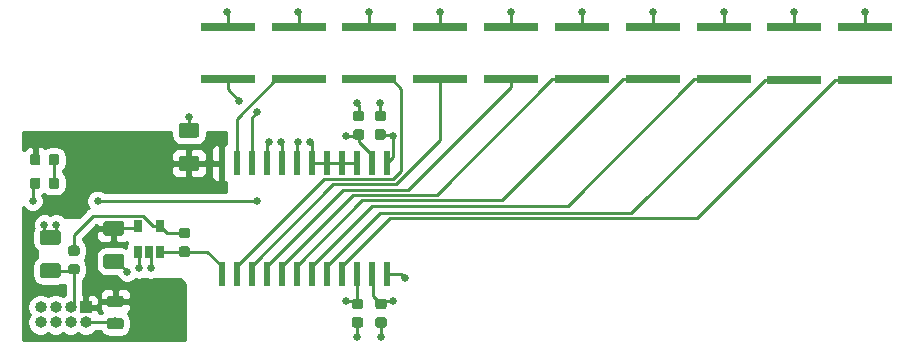
<source format=gtl>
G04 #@! TF.GenerationSoftware,KiCad,Pcbnew,5.0.1*
G04 #@! TF.CreationDate,2019-01-16T19:15:50-05:00*
G04 #@! TF.ProjectId,fydp,667964702E6B696361645F7063620000,rev?*
G04 #@! TF.SameCoordinates,Original*
G04 #@! TF.FileFunction,Copper,L1,Top,Signal*
G04 #@! TF.FilePolarity,Positive*
%FSLAX46Y46*%
G04 Gerber Fmt 4.6, Leading zero omitted, Abs format (unit mm)*
G04 Created by KiCad (PCBNEW 5.0.1) date Wed 16 Jan 2019 07:15:50 PM EST*
%MOMM*%
%LPD*%
G01*
G04 APERTURE LIST*
G04 #@! TA.AperFunction,SMDPad,CuDef*
%ADD10R,0.600000X2.000000*%
G04 #@! TD*
G04 #@! TA.AperFunction,Conductor*
%ADD11C,0.100000*%
G04 #@! TD*
G04 #@! TA.AperFunction,SMDPad,CuDef*
%ADD12C,0.875000*%
G04 #@! TD*
G04 #@! TA.AperFunction,SMDPad,CuDef*
%ADD13C,1.250000*%
G04 #@! TD*
G04 #@! TA.AperFunction,SMDPad,CuDef*
%ADD14C,0.975000*%
G04 #@! TD*
G04 #@! TA.AperFunction,SMDPad,CuDef*
%ADD15R,4.550000X0.750000*%
G04 #@! TD*
G04 #@! TA.AperFunction,ComponentPad*
%ADD16R,1.000000X1.000000*%
G04 #@! TD*
G04 #@! TA.AperFunction,ComponentPad*
%ADD17O,1.000000X1.000000*%
G04 #@! TD*
G04 #@! TA.AperFunction,SMDPad,CuDef*
%ADD18R,0.650000X1.060000*%
G04 #@! TD*
G04 #@! TA.AperFunction,ConnectorPad*
%ADD19R,0.650000X1.060000*%
G04 #@! TD*
G04 #@! TA.AperFunction,ViaPad*
%ADD20C,0.635000*%
G04 #@! TD*
G04 #@! TA.AperFunction,Conductor*
%ADD21C,0.250000*%
G04 #@! TD*
G04 #@! TA.AperFunction,Conductor*
%ADD22C,0.254000*%
G04 #@! TD*
G04 APERTURE END LIST*
D10*
G04 #@! TO.P,U1,1*
G04 #@! TO.N,COM*
X17515000Y-23700000D03*
G04 #@! TO.P,U1,2*
G04 #@! TO.N,Net-(D3-Pad1)*
X18785000Y-23700000D03*
G04 #@! TO.P,U1,3*
G04 #@! TO.N,Net-(D4-Pad1)*
X20055000Y-23700000D03*
G04 #@! TO.P,U1,4*
G04 #@! TO.N,Net-(D5-Pad1)*
X21325000Y-23700000D03*
G04 #@! TO.P,U1,5*
G04 #@! TO.N,Net-(D6-Pad1)*
X22595000Y-23700000D03*
G04 #@! TO.P,U1,6*
G04 #@! TO.N,Net-(D7-Pad1)*
X23865000Y-23700000D03*
G04 #@! TO.P,U1,7*
G04 #@! TO.N,Net-(D8-Pad1)*
X25135000Y-23700000D03*
G04 #@! TO.P,U1,8*
G04 #@! TO.N,Net-(D9-Pad1)*
X26405000Y-23700000D03*
G04 #@! TO.P,U1,9*
G04 #@! TO.N,Net-(D10-Pad1)*
X27675000Y-23700000D03*
G04 #@! TO.P,U1,10*
G04 #@! TO.N,S0*
X28945000Y-23700000D03*
G04 #@! TO.P,U1,11*
G04 #@! TO.N,S1*
X30215000Y-23700000D03*
G04 #@! TO.P,U1,12*
G04 #@! TO.N,GND*
X31485000Y-23700000D03*
G04 #@! TO.P,U1,13*
G04 #@! TO.N,S3*
X31485000Y-14300000D03*
G04 #@! TO.P,U1,14*
G04 #@! TO.N,S2*
X30215000Y-14300000D03*
G04 #@! TO.P,U1,15*
G04 #@! TO.N,GND*
X28945000Y-14300000D03*
G04 #@! TO.P,U1,16*
X27675000Y-14300000D03*
G04 #@! TO.P,U1,17*
X26405000Y-14300000D03*
G04 #@! TO.P,U1,18*
X25135000Y-14300000D03*
G04 #@! TO.P,U1,19*
X23865000Y-14300000D03*
G04 #@! TO.P,U1,20*
X22595000Y-14300000D03*
G04 #@! TO.P,U1,21*
X21325000Y-14300000D03*
G04 #@! TO.P,U1,22*
G04 #@! TO.N,Net-(D1-Pad1)*
X20055000Y-14300000D03*
G04 #@! TO.P,U1,23*
G04 #@! TO.N,Net-(D2-Pad1)*
X18785000Y-14300000D03*
G04 #@! TO.P,U1,24*
G04 #@! TO.N,+5V*
X17515000Y-14300000D03*
G04 #@! TD*
D11*
G04 #@! TO.N,S2*
G04 #@! TO.C,R3*
G36*
X29389162Y-11442577D02*
X29410397Y-11445727D01*
X29431221Y-11450943D01*
X29451433Y-11458175D01*
X29470839Y-11467354D01*
X29489252Y-11478390D01*
X29506495Y-11491178D01*
X29522401Y-11505594D01*
X29536817Y-11521500D01*
X29549605Y-11538743D01*
X29560641Y-11557156D01*
X29569820Y-11576562D01*
X29577052Y-11596774D01*
X29582268Y-11617598D01*
X29585418Y-11638833D01*
X29586471Y-11660274D01*
X29586471Y-12097774D01*
X29585418Y-12119215D01*
X29582268Y-12140450D01*
X29577052Y-12161274D01*
X29569820Y-12181486D01*
X29560641Y-12200892D01*
X29549605Y-12219305D01*
X29536817Y-12236548D01*
X29522401Y-12252454D01*
X29506495Y-12266870D01*
X29489252Y-12279658D01*
X29470839Y-12290694D01*
X29451433Y-12299873D01*
X29431221Y-12307105D01*
X29410397Y-12312321D01*
X29389162Y-12315471D01*
X29367721Y-12316524D01*
X28855221Y-12316524D01*
X28833780Y-12315471D01*
X28812545Y-12312321D01*
X28791721Y-12307105D01*
X28771509Y-12299873D01*
X28752103Y-12290694D01*
X28733690Y-12279658D01*
X28716447Y-12266870D01*
X28700541Y-12252454D01*
X28686125Y-12236548D01*
X28673337Y-12219305D01*
X28662301Y-12200892D01*
X28653122Y-12181486D01*
X28645890Y-12161274D01*
X28640674Y-12140450D01*
X28637524Y-12119215D01*
X28636471Y-12097774D01*
X28636471Y-11660274D01*
X28637524Y-11638833D01*
X28640674Y-11617598D01*
X28645890Y-11596774D01*
X28653122Y-11576562D01*
X28662301Y-11557156D01*
X28673337Y-11538743D01*
X28686125Y-11521500D01*
X28700541Y-11505594D01*
X28716447Y-11491178D01*
X28733690Y-11478390D01*
X28752103Y-11467354D01*
X28771509Y-11458175D01*
X28791721Y-11450943D01*
X28812545Y-11445727D01*
X28833780Y-11442577D01*
X28855221Y-11441524D01*
X29367721Y-11441524D01*
X29389162Y-11442577D01*
X29389162Y-11442577D01*
G37*
D12*
G04 #@! TD*
G04 #@! TO.P,R3,1*
G04 #@! TO.N,S2*
X29111471Y-11879024D03*
D11*
G04 #@! TO.N,GND*
G04 #@! TO.C,R3*
G36*
X29389162Y-9867577D02*
X29410397Y-9870727D01*
X29431221Y-9875943D01*
X29451433Y-9883175D01*
X29470839Y-9892354D01*
X29489252Y-9903390D01*
X29506495Y-9916178D01*
X29522401Y-9930594D01*
X29536817Y-9946500D01*
X29549605Y-9963743D01*
X29560641Y-9982156D01*
X29569820Y-10001562D01*
X29577052Y-10021774D01*
X29582268Y-10042598D01*
X29585418Y-10063833D01*
X29586471Y-10085274D01*
X29586471Y-10522774D01*
X29585418Y-10544215D01*
X29582268Y-10565450D01*
X29577052Y-10586274D01*
X29569820Y-10606486D01*
X29560641Y-10625892D01*
X29549605Y-10644305D01*
X29536817Y-10661548D01*
X29522401Y-10677454D01*
X29506495Y-10691870D01*
X29489252Y-10704658D01*
X29470839Y-10715694D01*
X29451433Y-10724873D01*
X29431221Y-10732105D01*
X29410397Y-10737321D01*
X29389162Y-10740471D01*
X29367721Y-10741524D01*
X28855221Y-10741524D01*
X28833780Y-10740471D01*
X28812545Y-10737321D01*
X28791721Y-10732105D01*
X28771509Y-10724873D01*
X28752103Y-10715694D01*
X28733690Y-10704658D01*
X28716447Y-10691870D01*
X28700541Y-10677454D01*
X28686125Y-10661548D01*
X28673337Y-10644305D01*
X28662301Y-10625892D01*
X28653122Y-10606486D01*
X28645890Y-10586274D01*
X28640674Y-10565450D01*
X28637524Y-10544215D01*
X28636471Y-10522774D01*
X28636471Y-10085274D01*
X28637524Y-10063833D01*
X28640674Y-10042598D01*
X28645890Y-10021774D01*
X28653122Y-10001562D01*
X28662301Y-9982156D01*
X28673337Y-9963743D01*
X28686125Y-9946500D01*
X28700541Y-9930594D01*
X28716447Y-9916178D01*
X28733690Y-9903390D01*
X28752103Y-9892354D01*
X28771509Y-9883175D01*
X28791721Y-9875943D01*
X28812545Y-9870727D01*
X28833780Y-9867577D01*
X28855221Y-9866524D01*
X29367721Y-9866524D01*
X29389162Y-9867577D01*
X29389162Y-9867577D01*
G37*
D12*
G04 #@! TD*
G04 #@! TO.P,R3,2*
G04 #@! TO.N,GND*
X29111471Y-10304024D03*
D11*
G04 #@! TO.N,GND*
G04 #@! TO.C,R2*
G36*
X31205661Y-9867577D02*
X31226896Y-9870727D01*
X31247720Y-9875943D01*
X31267932Y-9883175D01*
X31287338Y-9892354D01*
X31305751Y-9903390D01*
X31322994Y-9916178D01*
X31338900Y-9930594D01*
X31353316Y-9946500D01*
X31366104Y-9963743D01*
X31377140Y-9982156D01*
X31386319Y-10001562D01*
X31393551Y-10021774D01*
X31398767Y-10042598D01*
X31401917Y-10063833D01*
X31402970Y-10085274D01*
X31402970Y-10522774D01*
X31401917Y-10544215D01*
X31398767Y-10565450D01*
X31393551Y-10586274D01*
X31386319Y-10606486D01*
X31377140Y-10625892D01*
X31366104Y-10644305D01*
X31353316Y-10661548D01*
X31338900Y-10677454D01*
X31322994Y-10691870D01*
X31305751Y-10704658D01*
X31287338Y-10715694D01*
X31267932Y-10724873D01*
X31247720Y-10732105D01*
X31226896Y-10737321D01*
X31205661Y-10740471D01*
X31184220Y-10741524D01*
X30671720Y-10741524D01*
X30650279Y-10740471D01*
X30629044Y-10737321D01*
X30608220Y-10732105D01*
X30588008Y-10724873D01*
X30568602Y-10715694D01*
X30550189Y-10704658D01*
X30532946Y-10691870D01*
X30517040Y-10677454D01*
X30502624Y-10661548D01*
X30489836Y-10644305D01*
X30478800Y-10625892D01*
X30469621Y-10606486D01*
X30462389Y-10586274D01*
X30457173Y-10565450D01*
X30454023Y-10544215D01*
X30452970Y-10522774D01*
X30452970Y-10085274D01*
X30454023Y-10063833D01*
X30457173Y-10042598D01*
X30462389Y-10021774D01*
X30469621Y-10001562D01*
X30478800Y-9982156D01*
X30489836Y-9963743D01*
X30502624Y-9946500D01*
X30517040Y-9930594D01*
X30532946Y-9916178D01*
X30550189Y-9903390D01*
X30568602Y-9892354D01*
X30588008Y-9883175D01*
X30608220Y-9875943D01*
X30629044Y-9870727D01*
X30650279Y-9867577D01*
X30671720Y-9866524D01*
X31184220Y-9866524D01*
X31205661Y-9867577D01*
X31205661Y-9867577D01*
G37*
D12*
G04 #@! TD*
G04 #@! TO.P,R2,2*
G04 #@! TO.N,GND*
X30927970Y-10304024D03*
D11*
G04 #@! TO.N,S3*
G04 #@! TO.C,R2*
G36*
X31205661Y-11442577D02*
X31226896Y-11445727D01*
X31247720Y-11450943D01*
X31267932Y-11458175D01*
X31287338Y-11467354D01*
X31305751Y-11478390D01*
X31322994Y-11491178D01*
X31338900Y-11505594D01*
X31353316Y-11521500D01*
X31366104Y-11538743D01*
X31377140Y-11557156D01*
X31386319Y-11576562D01*
X31393551Y-11596774D01*
X31398767Y-11617598D01*
X31401917Y-11638833D01*
X31402970Y-11660274D01*
X31402970Y-12097774D01*
X31401917Y-12119215D01*
X31398767Y-12140450D01*
X31393551Y-12161274D01*
X31386319Y-12181486D01*
X31377140Y-12200892D01*
X31366104Y-12219305D01*
X31353316Y-12236548D01*
X31338900Y-12252454D01*
X31322994Y-12266870D01*
X31305751Y-12279658D01*
X31287338Y-12290694D01*
X31267932Y-12299873D01*
X31247720Y-12307105D01*
X31226896Y-12312321D01*
X31205661Y-12315471D01*
X31184220Y-12316524D01*
X30671720Y-12316524D01*
X30650279Y-12315471D01*
X30629044Y-12312321D01*
X30608220Y-12307105D01*
X30588008Y-12299873D01*
X30568602Y-12290694D01*
X30550189Y-12279658D01*
X30532946Y-12266870D01*
X30517040Y-12252454D01*
X30502624Y-12236548D01*
X30489836Y-12219305D01*
X30478800Y-12200892D01*
X30469621Y-12181486D01*
X30462389Y-12161274D01*
X30457173Y-12140450D01*
X30454023Y-12119215D01*
X30452970Y-12097774D01*
X30452970Y-11660274D01*
X30454023Y-11638833D01*
X30457173Y-11617598D01*
X30462389Y-11596774D01*
X30469621Y-11576562D01*
X30478800Y-11557156D01*
X30489836Y-11538743D01*
X30502624Y-11521500D01*
X30517040Y-11505594D01*
X30532946Y-11491178D01*
X30550189Y-11478390D01*
X30568602Y-11467354D01*
X30588008Y-11458175D01*
X30608220Y-11450943D01*
X30629044Y-11445727D01*
X30650279Y-11442577D01*
X30671720Y-11441524D01*
X31184220Y-11441524D01*
X31205661Y-11442577D01*
X31205661Y-11442577D01*
G37*
D12*
G04 #@! TD*
G04 #@! TO.P,R2,1*
G04 #@! TO.N,S3*
X30927970Y-11879024D03*
D11*
G04 #@! TO.N,GND*
G04 #@! TO.C,C3*
G36*
X3649504Y-19976204D02*
X3673773Y-19979804D01*
X3697571Y-19985765D01*
X3720671Y-19994030D01*
X3742849Y-20004520D01*
X3763893Y-20017133D01*
X3783598Y-20031747D01*
X3801777Y-20048223D01*
X3818253Y-20066402D01*
X3832867Y-20086107D01*
X3845480Y-20107151D01*
X3855970Y-20129329D01*
X3864235Y-20152429D01*
X3870196Y-20176227D01*
X3873796Y-20200496D01*
X3875000Y-20225000D01*
X3875000Y-20975000D01*
X3873796Y-20999504D01*
X3870196Y-21023773D01*
X3864235Y-21047571D01*
X3855970Y-21070671D01*
X3845480Y-21092849D01*
X3832867Y-21113893D01*
X3818253Y-21133598D01*
X3801777Y-21151777D01*
X3783598Y-21168253D01*
X3763893Y-21182867D01*
X3742849Y-21195480D01*
X3720671Y-21205970D01*
X3697571Y-21214235D01*
X3673773Y-21220196D01*
X3649504Y-21223796D01*
X3625000Y-21225000D01*
X2375000Y-21225000D01*
X2350496Y-21223796D01*
X2326227Y-21220196D01*
X2302429Y-21214235D01*
X2279329Y-21205970D01*
X2257151Y-21195480D01*
X2236107Y-21182867D01*
X2216402Y-21168253D01*
X2198223Y-21151777D01*
X2181747Y-21133598D01*
X2167133Y-21113893D01*
X2154520Y-21092849D01*
X2144030Y-21070671D01*
X2135765Y-21047571D01*
X2129804Y-21023773D01*
X2126204Y-20999504D01*
X2125000Y-20975000D01*
X2125000Y-20225000D01*
X2126204Y-20200496D01*
X2129804Y-20176227D01*
X2135765Y-20152429D01*
X2144030Y-20129329D01*
X2154520Y-20107151D01*
X2167133Y-20086107D01*
X2181747Y-20066402D01*
X2198223Y-20048223D01*
X2216402Y-20031747D01*
X2236107Y-20017133D01*
X2257151Y-20004520D01*
X2279329Y-19994030D01*
X2302429Y-19985765D01*
X2326227Y-19979804D01*
X2350496Y-19976204D01*
X2375000Y-19975000D01*
X3625000Y-19975000D01*
X3649504Y-19976204D01*
X3649504Y-19976204D01*
G37*
D13*
G04 #@! TD*
G04 #@! TO.P,C3,2*
G04 #@! TO.N,GND*
X3000000Y-20600000D03*
D11*
G04 #@! TO.N,PD_out*
G04 #@! TO.C,C3*
G36*
X3649504Y-22776204D02*
X3673773Y-22779804D01*
X3697571Y-22785765D01*
X3720671Y-22794030D01*
X3742849Y-22804520D01*
X3763893Y-22817133D01*
X3783598Y-22831747D01*
X3801777Y-22848223D01*
X3818253Y-22866402D01*
X3832867Y-22886107D01*
X3845480Y-22907151D01*
X3855970Y-22929329D01*
X3864235Y-22952429D01*
X3870196Y-22976227D01*
X3873796Y-23000496D01*
X3875000Y-23025000D01*
X3875000Y-23775000D01*
X3873796Y-23799504D01*
X3870196Y-23823773D01*
X3864235Y-23847571D01*
X3855970Y-23870671D01*
X3845480Y-23892849D01*
X3832867Y-23913893D01*
X3818253Y-23933598D01*
X3801777Y-23951777D01*
X3783598Y-23968253D01*
X3763893Y-23982867D01*
X3742849Y-23995480D01*
X3720671Y-24005970D01*
X3697571Y-24014235D01*
X3673773Y-24020196D01*
X3649504Y-24023796D01*
X3625000Y-24025000D01*
X2375000Y-24025000D01*
X2350496Y-24023796D01*
X2326227Y-24020196D01*
X2302429Y-24014235D01*
X2279329Y-24005970D01*
X2257151Y-23995480D01*
X2236107Y-23982867D01*
X2216402Y-23968253D01*
X2198223Y-23951777D01*
X2181747Y-23933598D01*
X2167133Y-23913893D01*
X2154520Y-23892849D01*
X2144030Y-23870671D01*
X2135765Y-23847571D01*
X2129804Y-23823773D01*
X2126204Y-23799504D01*
X2125000Y-23775000D01*
X2125000Y-23025000D01*
X2126204Y-23000496D01*
X2129804Y-22976227D01*
X2135765Y-22952429D01*
X2144030Y-22929329D01*
X2154520Y-22907151D01*
X2167133Y-22886107D01*
X2181747Y-22866402D01*
X2198223Y-22848223D01*
X2216402Y-22831747D01*
X2236107Y-22817133D01*
X2257151Y-22804520D01*
X2279329Y-22794030D01*
X2302429Y-22785765D01*
X2326227Y-22779804D01*
X2350496Y-22776204D01*
X2375000Y-22775000D01*
X3625000Y-22775000D01*
X3649504Y-22776204D01*
X3649504Y-22776204D01*
G37*
D13*
G04 #@! TD*
G04 #@! TO.P,C3,1*
G04 #@! TO.N,PD_out*
X3000000Y-23400000D03*
D11*
G04 #@! TO.N,GND*
G04 #@! TO.C,R5*
G36*
X29277691Y-27351053D02*
X29298926Y-27354203D01*
X29319750Y-27359419D01*
X29339962Y-27366651D01*
X29359368Y-27375830D01*
X29377781Y-27386866D01*
X29395024Y-27399654D01*
X29410930Y-27414070D01*
X29425346Y-27429976D01*
X29438134Y-27447219D01*
X29449170Y-27465632D01*
X29458349Y-27485038D01*
X29465581Y-27505250D01*
X29470797Y-27526074D01*
X29473947Y-27547309D01*
X29475000Y-27568750D01*
X29475000Y-28006250D01*
X29473947Y-28027691D01*
X29470797Y-28048926D01*
X29465581Y-28069750D01*
X29458349Y-28089962D01*
X29449170Y-28109368D01*
X29438134Y-28127781D01*
X29425346Y-28145024D01*
X29410930Y-28160930D01*
X29395024Y-28175346D01*
X29377781Y-28188134D01*
X29359368Y-28199170D01*
X29339962Y-28208349D01*
X29319750Y-28215581D01*
X29298926Y-28220797D01*
X29277691Y-28223947D01*
X29256250Y-28225000D01*
X28743750Y-28225000D01*
X28722309Y-28223947D01*
X28701074Y-28220797D01*
X28680250Y-28215581D01*
X28660038Y-28208349D01*
X28640632Y-28199170D01*
X28622219Y-28188134D01*
X28604976Y-28175346D01*
X28589070Y-28160930D01*
X28574654Y-28145024D01*
X28561866Y-28127781D01*
X28550830Y-28109368D01*
X28541651Y-28089962D01*
X28534419Y-28069750D01*
X28529203Y-28048926D01*
X28526053Y-28027691D01*
X28525000Y-28006250D01*
X28525000Y-27568750D01*
X28526053Y-27547309D01*
X28529203Y-27526074D01*
X28534419Y-27505250D01*
X28541651Y-27485038D01*
X28550830Y-27465632D01*
X28561866Y-27447219D01*
X28574654Y-27429976D01*
X28589070Y-27414070D01*
X28604976Y-27399654D01*
X28622219Y-27386866D01*
X28640632Y-27375830D01*
X28660038Y-27366651D01*
X28680250Y-27359419D01*
X28701074Y-27354203D01*
X28722309Y-27351053D01*
X28743750Y-27350000D01*
X29256250Y-27350000D01*
X29277691Y-27351053D01*
X29277691Y-27351053D01*
G37*
D12*
G04 #@! TD*
G04 #@! TO.P,R5,2*
G04 #@! TO.N,GND*
X29000000Y-27787500D03*
D11*
G04 #@! TO.N,S0*
G04 #@! TO.C,R5*
G36*
X29277691Y-25776053D02*
X29298926Y-25779203D01*
X29319750Y-25784419D01*
X29339962Y-25791651D01*
X29359368Y-25800830D01*
X29377781Y-25811866D01*
X29395024Y-25824654D01*
X29410930Y-25839070D01*
X29425346Y-25854976D01*
X29438134Y-25872219D01*
X29449170Y-25890632D01*
X29458349Y-25910038D01*
X29465581Y-25930250D01*
X29470797Y-25951074D01*
X29473947Y-25972309D01*
X29475000Y-25993750D01*
X29475000Y-26431250D01*
X29473947Y-26452691D01*
X29470797Y-26473926D01*
X29465581Y-26494750D01*
X29458349Y-26514962D01*
X29449170Y-26534368D01*
X29438134Y-26552781D01*
X29425346Y-26570024D01*
X29410930Y-26585930D01*
X29395024Y-26600346D01*
X29377781Y-26613134D01*
X29359368Y-26624170D01*
X29339962Y-26633349D01*
X29319750Y-26640581D01*
X29298926Y-26645797D01*
X29277691Y-26648947D01*
X29256250Y-26650000D01*
X28743750Y-26650000D01*
X28722309Y-26648947D01*
X28701074Y-26645797D01*
X28680250Y-26640581D01*
X28660038Y-26633349D01*
X28640632Y-26624170D01*
X28622219Y-26613134D01*
X28604976Y-26600346D01*
X28589070Y-26585930D01*
X28574654Y-26570024D01*
X28561866Y-26552781D01*
X28550830Y-26534368D01*
X28541651Y-26514962D01*
X28534419Y-26494750D01*
X28529203Y-26473926D01*
X28526053Y-26452691D01*
X28525000Y-26431250D01*
X28525000Y-25993750D01*
X28526053Y-25972309D01*
X28529203Y-25951074D01*
X28534419Y-25930250D01*
X28541651Y-25910038D01*
X28550830Y-25890632D01*
X28561866Y-25872219D01*
X28574654Y-25854976D01*
X28589070Y-25839070D01*
X28604976Y-25824654D01*
X28622219Y-25811866D01*
X28640632Y-25800830D01*
X28660038Y-25791651D01*
X28680250Y-25784419D01*
X28701074Y-25779203D01*
X28722309Y-25776053D01*
X28743750Y-25775000D01*
X29256250Y-25775000D01*
X29277691Y-25776053D01*
X29277691Y-25776053D01*
G37*
D12*
G04 #@! TD*
G04 #@! TO.P,R5,1*
G04 #@! TO.N,S0*
X29000000Y-26212500D03*
D11*
G04 #@! TO.N,+5V*
G04 #@! TO.C,C1*
G36*
X8980142Y-25513674D02*
X9003803Y-25517184D01*
X9027007Y-25522996D01*
X9049529Y-25531054D01*
X9071153Y-25541282D01*
X9091670Y-25553579D01*
X9110883Y-25567829D01*
X9128607Y-25583893D01*
X9144671Y-25601617D01*
X9158921Y-25620830D01*
X9171218Y-25641347D01*
X9181446Y-25662971D01*
X9189504Y-25685493D01*
X9195316Y-25708697D01*
X9198826Y-25732358D01*
X9200000Y-25756250D01*
X9200000Y-26243750D01*
X9198826Y-26267642D01*
X9195316Y-26291303D01*
X9189504Y-26314507D01*
X9181446Y-26337029D01*
X9171218Y-26358653D01*
X9158921Y-26379170D01*
X9144671Y-26398383D01*
X9128607Y-26416107D01*
X9110883Y-26432171D01*
X9091670Y-26446421D01*
X9071153Y-26458718D01*
X9049529Y-26468946D01*
X9027007Y-26477004D01*
X9003803Y-26482816D01*
X8980142Y-26486326D01*
X8956250Y-26487500D01*
X8043750Y-26487500D01*
X8019858Y-26486326D01*
X7996197Y-26482816D01*
X7972993Y-26477004D01*
X7950471Y-26468946D01*
X7928847Y-26458718D01*
X7908330Y-26446421D01*
X7889117Y-26432171D01*
X7871393Y-26416107D01*
X7855329Y-26398383D01*
X7841079Y-26379170D01*
X7828782Y-26358653D01*
X7818554Y-26337029D01*
X7810496Y-26314507D01*
X7804684Y-26291303D01*
X7801174Y-26267642D01*
X7800000Y-26243750D01*
X7800000Y-25756250D01*
X7801174Y-25732358D01*
X7804684Y-25708697D01*
X7810496Y-25685493D01*
X7818554Y-25662971D01*
X7828782Y-25641347D01*
X7841079Y-25620830D01*
X7855329Y-25601617D01*
X7871393Y-25583893D01*
X7889117Y-25567829D01*
X7908330Y-25553579D01*
X7928847Y-25541282D01*
X7950471Y-25531054D01*
X7972993Y-25522996D01*
X7996197Y-25517184D01*
X8019858Y-25513674D01*
X8043750Y-25512500D01*
X8956250Y-25512500D01*
X8980142Y-25513674D01*
X8980142Y-25513674D01*
G37*
D14*
G04 #@! TD*
G04 #@! TO.P,C1,1*
G04 #@! TO.N,+5V*
X8500000Y-26000000D03*
D11*
G04 #@! TO.N,GND*
G04 #@! TO.C,C1*
G36*
X8980142Y-27388674D02*
X9003803Y-27392184D01*
X9027007Y-27397996D01*
X9049529Y-27406054D01*
X9071153Y-27416282D01*
X9091670Y-27428579D01*
X9110883Y-27442829D01*
X9128607Y-27458893D01*
X9144671Y-27476617D01*
X9158921Y-27495830D01*
X9171218Y-27516347D01*
X9181446Y-27537971D01*
X9189504Y-27560493D01*
X9195316Y-27583697D01*
X9198826Y-27607358D01*
X9200000Y-27631250D01*
X9200000Y-28118750D01*
X9198826Y-28142642D01*
X9195316Y-28166303D01*
X9189504Y-28189507D01*
X9181446Y-28212029D01*
X9171218Y-28233653D01*
X9158921Y-28254170D01*
X9144671Y-28273383D01*
X9128607Y-28291107D01*
X9110883Y-28307171D01*
X9091670Y-28321421D01*
X9071153Y-28333718D01*
X9049529Y-28343946D01*
X9027007Y-28352004D01*
X9003803Y-28357816D01*
X8980142Y-28361326D01*
X8956250Y-28362500D01*
X8043750Y-28362500D01*
X8019858Y-28361326D01*
X7996197Y-28357816D01*
X7972993Y-28352004D01*
X7950471Y-28343946D01*
X7928847Y-28333718D01*
X7908330Y-28321421D01*
X7889117Y-28307171D01*
X7871393Y-28291107D01*
X7855329Y-28273383D01*
X7841079Y-28254170D01*
X7828782Y-28233653D01*
X7818554Y-28212029D01*
X7810496Y-28189507D01*
X7804684Y-28166303D01*
X7801174Y-28142642D01*
X7800000Y-28118750D01*
X7800000Y-27631250D01*
X7801174Y-27607358D01*
X7804684Y-27583697D01*
X7810496Y-27560493D01*
X7818554Y-27537971D01*
X7828782Y-27516347D01*
X7841079Y-27495830D01*
X7855329Y-27476617D01*
X7871393Y-27458893D01*
X7889117Y-27442829D01*
X7908330Y-27428579D01*
X7928847Y-27416282D01*
X7950471Y-27406054D01*
X7972993Y-27397996D01*
X7996197Y-27392184D01*
X8019858Y-27388674D01*
X8043750Y-27387500D01*
X8956250Y-27387500D01*
X8980142Y-27388674D01*
X8980142Y-27388674D01*
G37*
D14*
G04 #@! TD*
G04 #@! TO.P,C1,2*
G04 #@! TO.N,GND*
X8500000Y-27875000D03*
D11*
G04 #@! TO.N,+5V*
G04 #@! TO.C,C2*
G36*
X9006203Y-19191113D02*
X9030472Y-19194713D01*
X9054270Y-19200674D01*
X9077370Y-19208939D01*
X9099548Y-19219429D01*
X9120592Y-19232042D01*
X9140297Y-19246656D01*
X9158476Y-19263132D01*
X9174952Y-19281311D01*
X9189566Y-19301016D01*
X9202179Y-19322060D01*
X9212669Y-19344238D01*
X9220934Y-19367338D01*
X9226895Y-19391136D01*
X9230495Y-19415405D01*
X9231699Y-19439909D01*
X9231699Y-20189909D01*
X9230495Y-20214413D01*
X9226895Y-20238682D01*
X9220934Y-20262480D01*
X9212669Y-20285580D01*
X9202179Y-20307758D01*
X9189566Y-20328802D01*
X9174952Y-20348507D01*
X9158476Y-20366686D01*
X9140297Y-20383162D01*
X9120592Y-20397776D01*
X9099548Y-20410389D01*
X9077370Y-20420879D01*
X9054270Y-20429144D01*
X9030472Y-20435105D01*
X9006203Y-20438705D01*
X8981699Y-20439909D01*
X7731699Y-20439909D01*
X7707195Y-20438705D01*
X7682926Y-20435105D01*
X7659128Y-20429144D01*
X7636028Y-20420879D01*
X7613850Y-20410389D01*
X7592806Y-20397776D01*
X7573101Y-20383162D01*
X7554922Y-20366686D01*
X7538446Y-20348507D01*
X7523832Y-20328802D01*
X7511219Y-20307758D01*
X7500729Y-20285580D01*
X7492464Y-20262480D01*
X7486503Y-20238682D01*
X7482903Y-20214413D01*
X7481699Y-20189909D01*
X7481699Y-19439909D01*
X7482903Y-19415405D01*
X7486503Y-19391136D01*
X7492464Y-19367338D01*
X7500729Y-19344238D01*
X7511219Y-19322060D01*
X7523832Y-19301016D01*
X7538446Y-19281311D01*
X7554922Y-19263132D01*
X7573101Y-19246656D01*
X7592806Y-19232042D01*
X7613850Y-19219429D01*
X7636028Y-19208939D01*
X7659128Y-19200674D01*
X7682926Y-19194713D01*
X7707195Y-19191113D01*
X7731699Y-19189909D01*
X8981699Y-19189909D01*
X9006203Y-19191113D01*
X9006203Y-19191113D01*
G37*
D13*
G04 #@! TD*
G04 #@! TO.P,C2,1*
G04 #@! TO.N,+5V*
X8356699Y-19814909D03*
D11*
G04 #@! TO.N,GND*
G04 #@! TO.C,C2*
G36*
X9006203Y-21991113D02*
X9030472Y-21994713D01*
X9054270Y-22000674D01*
X9077370Y-22008939D01*
X9099548Y-22019429D01*
X9120592Y-22032042D01*
X9140297Y-22046656D01*
X9158476Y-22063132D01*
X9174952Y-22081311D01*
X9189566Y-22101016D01*
X9202179Y-22122060D01*
X9212669Y-22144238D01*
X9220934Y-22167338D01*
X9226895Y-22191136D01*
X9230495Y-22215405D01*
X9231699Y-22239909D01*
X9231699Y-22989909D01*
X9230495Y-23014413D01*
X9226895Y-23038682D01*
X9220934Y-23062480D01*
X9212669Y-23085580D01*
X9202179Y-23107758D01*
X9189566Y-23128802D01*
X9174952Y-23148507D01*
X9158476Y-23166686D01*
X9140297Y-23183162D01*
X9120592Y-23197776D01*
X9099548Y-23210389D01*
X9077370Y-23220879D01*
X9054270Y-23229144D01*
X9030472Y-23235105D01*
X9006203Y-23238705D01*
X8981699Y-23239909D01*
X7731699Y-23239909D01*
X7707195Y-23238705D01*
X7682926Y-23235105D01*
X7659128Y-23229144D01*
X7636028Y-23220879D01*
X7613850Y-23210389D01*
X7592806Y-23197776D01*
X7573101Y-23183162D01*
X7554922Y-23166686D01*
X7538446Y-23148507D01*
X7523832Y-23128802D01*
X7511219Y-23107758D01*
X7500729Y-23085580D01*
X7492464Y-23062480D01*
X7486503Y-23038682D01*
X7482903Y-23014413D01*
X7481699Y-22989909D01*
X7481699Y-22239909D01*
X7482903Y-22215405D01*
X7486503Y-22191136D01*
X7492464Y-22167338D01*
X7500729Y-22144238D01*
X7511219Y-22122060D01*
X7523832Y-22101016D01*
X7538446Y-22081311D01*
X7554922Y-22063132D01*
X7573101Y-22046656D01*
X7592806Y-22032042D01*
X7613850Y-22019429D01*
X7636028Y-22008939D01*
X7659128Y-22000674D01*
X7682926Y-21994713D01*
X7707195Y-21991113D01*
X7731699Y-21989909D01*
X8981699Y-21989909D01*
X9006203Y-21991113D01*
X9006203Y-21991113D01*
G37*
D13*
G04 #@! TD*
G04 #@! TO.P,C2,2*
G04 #@! TO.N,GND*
X8356699Y-22614909D03*
D11*
G04 #@! TO.N,+5V*
G04 #@! TO.C,C4*
G36*
X15385529Y-13697765D02*
X15409798Y-13701365D01*
X15433596Y-13707326D01*
X15456696Y-13715591D01*
X15478874Y-13726081D01*
X15499918Y-13738694D01*
X15519623Y-13753308D01*
X15537802Y-13769784D01*
X15554278Y-13787963D01*
X15568892Y-13807668D01*
X15581505Y-13828712D01*
X15591995Y-13850890D01*
X15600260Y-13873990D01*
X15606221Y-13897788D01*
X15609821Y-13922057D01*
X15611025Y-13946561D01*
X15611025Y-14696561D01*
X15609821Y-14721065D01*
X15606221Y-14745334D01*
X15600260Y-14769132D01*
X15591995Y-14792232D01*
X15581505Y-14814410D01*
X15568892Y-14835454D01*
X15554278Y-14855159D01*
X15537802Y-14873338D01*
X15519623Y-14889814D01*
X15499918Y-14904428D01*
X15478874Y-14917041D01*
X15456696Y-14927531D01*
X15433596Y-14935796D01*
X15409798Y-14941757D01*
X15385529Y-14945357D01*
X15361025Y-14946561D01*
X14111025Y-14946561D01*
X14086521Y-14945357D01*
X14062252Y-14941757D01*
X14038454Y-14935796D01*
X14015354Y-14927531D01*
X13993176Y-14917041D01*
X13972132Y-14904428D01*
X13952427Y-14889814D01*
X13934248Y-14873338D01*
X13917772Y-14855159D01*
X13903158Y-14835454D01*
X13890545Y-14814410D01*
X13880055Y-14792232D01*
X13871790Y-14769132D01*
X13865829Y-14745334D01*
X13862229Y-14721065D01*
X13861025Y-14696561D01*
X13861025Y-13946561D01*
X13862229Y-13922057D01*
X13865829Y-13897788D01*
X13871790Y-13873990D01*
X13880055Y-13850890D01*
X13890545Y-13828712D01*
X13903158Y-13807668D01*
X13917772Y-13787963D01*
X13934248Y-13769784D01*
X13952427Y-13753308D01*
X13972132Y-13738694D01*
X13993176Y-13726081D01*
X14015354Y-13715591D01*
X14038454Y-13707326D01*
X14062252Y-13701365D01*
X14086521Y-13697765D01*
X14111025Y-13696561D01*
X15361025Y-13696561D01*
X15385529Y-13697765D01*
X15385529Y-13697765D01*
G37*
D13*
G04 #@! TD*
G04 #@! TO.P,C4,1*
G04 #@! TO.N,+5V*
X14736025Y-14321561D03*
D11*
G04 #@! TO.N,GND*
G04 #@! TO.C,C4*
G36*
X15385529Y-10897765D02*
X15409798Y-10901365D01*
X15433596Y-10907326D01*
X15456696Y-10915591D01*
X15478874Y-10926081D01*
X15499918Y-10938694D01*
X15519623Y-10953308D01*
X15537802Y-10969784D01*
X15554278Y-10987963D01*
X15568892Y-11007668D01*
X15581505Y-11028712D01*
X15591995Y-11050890D01*
X15600260Y-11073990D01*
X15606221Y-11097788D01*
X15609821Y-11122057D01*
X15611025Y-11146561D01*
X15611025Y-11896561D01*
X15609821Y-11921065D01*
X15606221Y-11945334D01*
X15600260Y-11969132D01*
X15591995Y-11992232D01*
X15581505Y-12014410D01*
X15568892Y-12035454D01*
X15554278Y-12055159D01*
X15537802Y-12073338D01*
X15519623Y-12089814D01*
X15499918Y-12104428D01*
X15478874Y-12117041D01*
X15456696Y-12127531D01*
X15433596Y-12135796D01*
X15409798Y-12141757D01*
X15385529Y-12145357D01*
X15361025Y-12146561D01*
X14111025Y-12146561D01*
X14086521Y-12145357D01*
X14062252Y-12141757D01*
X14038454Y-12135796D01*
X14015354Y-12127531D01*
X13993176Y-12117041D01*
X13972132Y-12104428D01*
X13952427Y-12089814D01*
X13934248Y-12073338D01*
X13917772Y-12055159D01*
X13903158Y-12035454D01*
X13890545Y-12014410D01*
X13880055Y-11992232D01*
X13871790Y-11969132D01*
X13865829Y-11945334D01*
X13862229Y-11921065D01*
X13861025Y-11896561D01*
X13861025Y-11146561D01*
X13862229Y-11122057D01*
X13865829Y-11097788D01*
X13871790Y-11073990D01*
X13880055Y-11050890D01*
X13890545Y-11028712D01*
X13903158Y-11007668D01*
X13917772Y-10987963D01*
X13934248Y-10969784D01*
X13952427Y-10953308D01*
X13972132Y-10938694D01*
X13993176Y-10926081D01*
X14015354Y-10915591D01*
X14038454Y-10907326D01*
X14062252Y-10901365D01*
X14086521Y-10897765D01*
X14111025Y-10896561D01*
X15361025Y-10896561D01*
X15385529Y-10897765D01*
X15385529Y-10897765D01*
G37*
D13*
G04 #@! TD*
G04 #@! TO.P,C4,2*
G04 #@! TO.N,GND*
X14736025Y-11521561D03*
D11*
G04 #@! TO.N,Net-(D11-Pad1)*
G04 #@! TO.C,D11*
G36*
X3527691Y-13526053D02*
X3548926Y-13529203D01*
X3569750Y-13534419D01*
X3589962Y-13541651D01*
X3609368Y-13550830D01*
X3627781Y-13561866D01*
X3645024Y-13574654D01*
X3660930Y-13589070D01*
X3675346Y-13604976D01*
X3688134Y-13622219D01*
X3699170Y-13640632D01*
X3708349Y-13660038D01*
X3715581Y-13680250D01*
X3720797Y-13701074D01*
X3723947Y-13722309D01*
X3725000Y-13743750D01*
X3725000Y-14256250D01*
X3723947Y-14277691D01*
X3720797Y-14298926D01*
X3715581Y-14319750D01*
X3708349Y-14339962D01*
X3699170Y-14359368D01*
X3688134Y-14377781D01*
X3675346Y-14395024D01*
X3660930Y-14410930D01*
X3645024Y-14425346D01*
X3627781Y-14438134D01*
X3609368Y-14449170D01*
X3589962Y-14458349D01*
X3569750Y-14465581D01*
X3548926Y-14470797D01*
X3527691Y-14473947D01*
X3506250Y-14475000D01*
X3068750Y-14475000D01*
X3047309Y-14473947D01*
X3026074Y-14470797D01*
X3005250Y-14465581D01*
X2985038Y-14458349D01*
X2965632Y-14449170D01*
X2947219Y-14438134D01*
X2929976Y-14425346D01*
X2914070Y-14410930D01*
X2899654Y-14395024D01*
X2886866Y-14377781D01*
X2875830Y-14359368D01*
X2866651Y-14339962D01*
X2859419Y-14319750D01*
X2854203Y-14298926D01*
X2851053Y-14277691D01*
X2850000Y-14256250D01*
X2850000Y-13743750D01*
X2851053Y-13722309D01*
X2854203Y-13701074D01*
X2859419Y-13680250D01*
X2866651Y-13660038D01*
X2875830Y-13640632D01*
X2886866Y-13622219D01*
X2899654Y-13604976D01*
X2914070Y-13589070D01*
X2929976Y-13574654D01*
X2947219Y-13561866D01*
X2965632Y-13550830D01*
X2985038Y-13541651D01*
X3005250Y-13534419D01*
X3026074Y-13529203D01*
X3047309Y-13526053D01*
X3068750Y-13525000D01*
X3506250Y-13525000D01*
X3527691Y-13526053D01*
X3527691Y-13526053D01*
G37*
D12*
G04 #@! TD*
G04 #@! TO.P,D11,1*
G04 #@! TO.N,Net-(D11-Pad1)*
X3287500Y-14000000D03*
D11*
G04 #@! TO.N,+5V*
G04 #@! TO.C,D11*
G36*
X1952691Y-13526053D02*
X1973926Y-13529203D01*
X1994750Y-13534419D01*
X2014962Y-13541651D01*
X2034368Y-13550830D01*
X2052781Y-13561866D01*
X2070024Y-13574654D01*
X2085930Y-13589070D01*
X2100346Y-13604976D01*
X2113134Y-13622219D01*
X2124170Y-13640632D01*
X2133349Y-13660038D01*
X2140581Y-13680250D01*
X2145797Y-13701074D01*
X2148947Y-13722309D01*
X2150000Y-13743750D01*
X2150000Y-14256250D01*
X2148947Y-14277691D01*
X2145797Y-14298926D01*
X2140581Y-14319750D01*
X2133349Y-14339962D01*
X2124170Y-14359368D01*
X2113134Y-14377781D01*
X2100346Y-14395024D01*
X2085930Y-14410930D01*
X2070024Y-14425346D01*
X2052781Y-14438134D01*
X2034368Y-14449170D01*
X2014962Y-14458349D01*
X1994750Y-14465581D01*
X1973926Y-14470797D01*
X1952691Y-14473947D01*
X1931250Y-14475000D01*
X1493750Y-14475000D01*
X1472309Y-14473947D01*
X1451074Y-14470797D01*
X1430250Y-14465581D01*
X1410038Y-14458349D01*
X1390632Y-14449170D01*
X1372219Y-14438134D01*
X1354976Y-14425346D01*
X1339070Y-14410930D01*
X1324654Y-14395024D01*
X1311866Y-14377781D01*
X1300830Y-14359368D01*
X1291651Y-14339962D01*
X1284419Y-14319750D01*
X1279203Y-14298926D01*
X1276053Y-14277691D01*
X1275000Y-14256250D01*
X1275000Y-13743750D01*
X1276053Y-13722309D01*
X1279203Y-13701074D01*
X1284419Y-13680250D01*
X1291651Y-13660038D01*
X1300830Y-13640632D01*
X1311866Y-13622219D01*
X1324654Y-13604976D01*
X1339070Y-13589070D01*
X1354976Y-13574654D01*
X1372219Y-13561866D01*
X1390632Y-13550830D01*
X1410038Y-13541651D01*
X1430250Y-13534419D01*
X1451074Y-13529203D01*
X1472309Y-13526053D01*
X1493750Y-13525000D01*
X1931250Y-13525000D01*
X1952691Y-13526053D01*
X1952691Y-13526053D01*
G37*
D12*
G04 #@! TD*
G04 #@! TO.P,D11,2*
G04 #@! TO.N,+5V*
X1712500Y-14000000D03*
D11*
G04 #@! TO.N,S1*
G04 #@! TO.C,R4*
G36*
X31277691Y-25776053D02*
X31298926Y-25779203D01*
X31319750Y-25784419D01*
X31339962Y-25791651D01*
X31359368Y-25800830D01*
X31377781Y-25811866D01*
X31395024Y-25824654D01*
X31410930Y-25839070D01*
X31425346Y-25854976D01*
X31438134Y-25872219D01*
X31449170Y-25890632D01*
X31458349Y-25910038D01*
X31465581Y-25930250D01*
X31470797Y-25951074D01*
X31473947Y-25972309D01*
X31475000Y-25993750D01*
X31475000Y-26431250D01*
X31473947Y-26452691D01*
X31470797Y-26473926D01*
X31465581Y-26494750D01*
X31458349Y-26514962D01*
X31449170Y-26534368D01*
X31438134Y-26552781D01*
X31425346Y-26570024D01*
X31410930Y-26585930D01*
X31395024Y-26600346D01*
X31377781Y-26613134D01*
X31359368Y-26624170D01*
X31339962Y-26633349D01*
X31319750Y-26640581D01*
X31298926Y-26645797D01*
X31277691Y-26648947D01*
X31256250Y-26650000D01*
X30743750Y-26650000D01*
X30722309Y-26648947D01*
X30701074Y-26645797D01*
X30680250Y-26640581D01*
X30660038Y-26633349D01*
X30640632Y-26624170D01*
X30622219Y-26613134D01*
X30604976Y-26600346D01*
X30589070Y-26585930D01*
X30574654Y-26570024D01*
X30561866Y-26552781D01*
X30550830Y-26534368D01*
X30541651Y-26514962D01*
X30534419Y-26494750D01*
X30529203Y-26473926D01*
X30526053Y-26452691D01*
X30525000Y-26431250D01*
X30525000Y-25993750D01*
X30526053Y-25972309D01*
X30529203Y-25951074D01*
X30534419Y-25930250D01*
X30541651Y-25910038D01*
X30550830Y-25890632D01*
X30561866Y-25872219D01*
X30574654Y-25854976D01*
X30589070Y-25839070D01*
X30604976Y-25824654D01*
X30622219Y-25811866D01*
X30640632Y-25800830D01*
X30660038Y-25791651D01*
X30680250Y-25784419D01*
X30701074Y-25779203D01*
X30722309Y-25776053D01*
X30743750Y-25775000D01*
X31256250Y-25775000D01*
X31277691Y-25776053D01*
X31277691Y-25776053D01*
G37*
D12*
G04 #@! TD*
G04 #@! TO.P,R4,1*
G04 #@! TO.N,S1*
X31000000Y-26212500D03*
D11*
G04 #@! TO.N,GND*
G04 #@! TO.C,R4*
G36*
X31277691Y-27351053D02*
X31298926Y-27354203D01*
X31319750Y-27359419D01*
X31339962Y-27366651D01*
X31359368Y-27375830D01*
X31377781Y-27386866D01*
X31395024Y-27399654D01*
X31410930Y-27414070D01*
X31425346Y-27429976D01*
X31438134Y-27447219D01*
X31449170Y-27465632D01*
X31458349Y-27485038D01*
X31465581Y-27505250D01*
X31470797Y-27526074D01*
X31473947Y-27547309D01*
X31475000Y-27568750D01*
X31475000Y-28006250D01*
X31473947Y-28027691D01*
X31470797Y-28048926D01*
X31465581Y-28069750D01*
X31458349Y-28089962D01*
X31449170Y-28109368D01*
X31438134Y-28127781D01*
X31425346Y-28145024D01*
X31410930Y-28160930D01*
X31395024Y-28175346D01*
X31377781Y-28188134D01*
X31359368Y-28199170D01*
X31339962Y-28208349D01*
X31319750Y-28215581D01*
X31298926Y-28220797D01*
X31277691Y-28223947D01*
X31256250Y-28225000D01*
X30743750Y-28225000D01*
X30722309Y-28223947D01*
X30701074Y-28220797D01*
X30680250Y-28215581D01*
X30660038Y-28208349D01*
X30640632Y-28199170D01*
X30622219Y-28188134D01*
X30604976Y-28175346D01*
X30589070Y-28160930D01*
X30574654Y-28145024D01*
X30561866Y-28127781D01*
X30550830Y-28109368D01*
X30541651Y-28089962D01*
X30534419Y-28069750D01*
X30529203Y-28048926D01*
X30526053Y-28027691D01*
X30525000Y-28006250D01*
X30525000Y-27568750D01*
X30526053Y-27547309D01*
X30529203Y-27526074D01*
X30534419Y-27505250D01*
X30541651Y-27485038D01*
X30550830Y-27465632D01*
X30561866Y-27447219D01*
X30574654Y-27429976D01*
X30589070Y-27414070D01*
X30604976Y-27399654D01*
X30622219Y-27386866D01*
X30640632Y-27375830D01*
X30660038Y-27366651D01*
X30680250Y-27359419D01*
X30701074Y-27354203D01*
X30722309Y-27351053D01*
X30743750Y-27350000D01*
X31256250Y-27350000D01*
X31277691Y-27351053D01*
X31277691Y-27351053D01*
G37*
D12*
G04 #@! TD*
G04 #@! TO.P,R4,2*
G04 #@! TO.N,GND*
X31000000Y-27787500D03*
D11*
G04 #@! TO.N,PD_out*
G04 #@! TO.C,R6*
G36*
X5277691Y-22851053D02*
X5298926Y-22854203D01*
X5319750Y-22859419D01*
X5339962Y-22866651D01*
X5359368Y-22875830D01*
X5377781Y-22886866D01*
X5395024Y-22899654D01*
X5410930Y-22914070D01*
X5425346Y-22929976D01*
X5438134Y-22947219D01*
X5449170Y-22965632D01*
X5458349Y-22985038D01*
X5465581Y-23005250D01*
X5470797Y-23026074D01*
X5473947Y-23047309D01*
X5475000Y-23068750D01*
X5475000Y-23506250D01*
X5473947Y-23527691D01*
X5470797Y-23548926D01*
X5465581Y-23569750D01*
X5458349Y-23589962D01*
X5449170Y-23609368D01*
X5438134Y-23627781D01*
X5425346Y-23645024D01*
X5410930Y-23660930D01*
X5395024Y-23675346D01*
X5377781Y-23688134D01*
X5359368Y-23699170D01*
X5339962Y-23708349D01*
X5319750Y-23715581D01*
X5298926Y-23720797D01*
X5277691Y-23723947D01*
X5256250Y-23725000D01*
X4743750Y-23725000D01*
X4722309Y-23723947D01*
X4701074Y-23720797D01*
X4680250Y-23715581D01*
X4660038Y-23708349D01*
X4640632Y-23699170D01*
X4622219Y-23688134D01*
X4604976Y-23675346D01*
X4589070Y-23660930D01*
X4574654Y-23645024D01*
X4561866Y-23627781D01*
X4550830Y-23609368D01*
X4541651Y-23589962D01*
X4534419Y-23569750D01*
X4529203Y-23548926D01*
X4526053Y-23527691D01*
X4525000Y-23506250D01*
X4525000Y-23068750D01*
X4526053Y-23047309D01*
X4529203Y-23026074D01*
X4534419Y-23005250D01*
X4541651Y-22985038D01*
X4550830Y-22965632D01*
X4561866Y-22947219D01*
X4574654Y-22929976D01*
X4589070Y-22914070D01*
X4604976Y-22899654D01*
X4622219Y-22886866D01*
X4640632Y-22875830D01*
X4660038Y-22866651D01*
X4680250Y-22859419D01*
X4701074Y-22854203D01*
X4722309Y-22851053D01*
X4743750Y-22850000D01*
X5256250Y-22850000D01*
X5277691Y-22851053D01*
X5277691Y-22851053D01*
G37*
D12*
G04 #@! TD*
G04 #@! TO.P,R6,1*
G04 #@! TO.N,PD_out*
X5000000Y-23287500D03*
D11*
G04 #@! TO.N,Net-(R1-Pad2)*
G04 #@! TO.C,R6*
G36*
X5277691Y-21276053D02*
X5298926Y-21279203D01*
X5319750Y-21284419D01*
X5339962Y-21291651D01*
X5359368Y-21300830D01*
X5377781Y-21311866D01*
X5395024Y-21324654D01*
X5410930Y-21339070D01*
X5425346Y-21354976D01*
X5438134Y-21372219D01*
X5449170Y-21390632D01*
X5458349Y-21410038D01*
X5465581Y-21430250D01*
X5470797Y-21451074D01*
X5473947Y-21472309D01*
X5475000Y-21493750D01*
X5475000Y-21931250D01*
X5473947Y-21952691D01*
X5470797Y-21973926D01*
X5465581Y-21994750D01*
X5458349Y-22014962D01*
X5449170Y-22034368D01*
X5438134Y-22052781D01*
X5425346Y-22070024D01*
X5410930Y-22085930D01*
X5395024Y-22100346D01*
X5377781Y-22113134D01*
X5359368Y-22124170D01*
X5339962Y-22133349D01*
X5319750Y-22140581D01*
X5298926Y-22145797D01*
X5277691Y-22148947D01*
X5256250Y-22150000D01*
X4743750Y-22150000D01*
X4722309Y-22148947D01*
X4701074Y-22145797D01*
X4680250Y-22140581D01*
X4660038Y-22133349D01*
X4640632Y-22124170D01*
X4622219Y-22113134D01*
X4604976Y-22100346D01*
X4589070Y-22085930D01*
X4574654Y-22070024D01*
X4561866Y-22052781D01*
X4550830Y-22034368D01*
X4541651Y-22014962D01*
X4534419Y-21994750D01*
X4529203Y-21973926D01*
X4526053Y-21952691D01*
X4525000Y-21931250D01*
X4525000Y-21493750D01*
X4526053Y-21472309D01*
X4529203Y-21451074D01*
X4534419Y-21430250D01*
X4541651Y-21410038D01*
X4550830Y-21390632D01*
X4561866Y-21372219D01*
X4574654Y-21354976D01*
X4589070Y-21339070D01*
X4604976Y-21324654D01*
X4622219Y-21311866D01*
X4640632Y-21300830D01*
X4660038Y-21291651D01*
X4680250Y-21284419D01*
X4701074Y-21279203D01*
X4722309Y-21276053D01*
X4743750Y-21275000D01*
X5256250Y-21275000D01*
X5277691Y-21276053D01*
X5277691Y-21276053D01*
G37*
D12*
G04 #@! TD*
G04 #@! TO.P,R6,2*
G04 #@! TO.N,Net-(R1-Pad2)*
X5000000Y-21712500D03*
D11*
G04 #@! TO.N,GND*
G04 #@! TO.C,R7*
G36*
X1952691Y-15526053D02*
X1973926Y-15529203D01*
X1994750Y-15534419D01*
X2014962Y-15541651D01*
X2034368Y-15550830D01*
X2052781Y-15561866D01*
X2070024Y-15574654D01*
X2085930Y-15589070D01*
X2100346Y-15604976D01*
X2113134Y-15622219D01*
X2124170Y-15640632D01*
X2133349Y-15660038D01*
X2140581Y-15680250D01*
X2145797Y-15701074D01*
X2148947Y-15722309D01*
X2150000Y-15743750D01*
X2150000Y-16256250D01*
X2148947Y-16277691D01*
X2145797Y-16298926D01*
X2140581Y-16319750D01*
X2133349Y-16339962D01*
X2124170Y-16359368D01*
X2113134Y-16377781D01*
X2100346Y-16395024D01*
X2085930Y-16410930D01*
X2070024Y-16425346D01*
X2052781Y-16438134D01*
X2034368Y-16449170D01*
X2014962Y-16458349D01*
X1994750Y-16465581D01*
X1973926Y-16470797D01*
X1952691Y-16473947D01*
X1931250Y-16475000D01*
X1493750Y-16475000D01*
X1472309Y-16473947D01*
X1451074Y-16470797D01*
X1430250Y-16465581D01*
X1410038Y-16458349D01*
X1390632Y-16449170D01*
X1372219Y-16438134D01*
X1354976Y-16425346D01*
X1339070Y-16410930D01*
X1324654Y-16395024D01*
X1311866Y-16377781D01*
X1300830Y-16359368D01*
X1291651Y-16339962D01*
X1284419Y-16319750D01*
X1279203Y-16298926D01*
X1276053Y-16277691D01*
X1275000Y-16256250D01*
X1275000Y-15743750D01*
X1276053Y-15722309D01*
X1279203Y-15701074D01*
X1284419Y-15680250D01*
X1291651Y-15660038D01*
X1300830Y-15640632D01*
X1311866Y-15622219D01*
X1324654Y-15604976D01*
X1339070Y-15589070D01*
X1354976Y-15574654D01*
X1372219Y-15561866D01*
X1390632Y-15550830D01*
X1410038Y-15541651D01*
X1430250Y-15534419D01*
X1451074Y-15529203D01*
X1472309Y-15526053D01*
X1493750Y-15525000D01*
X1931250Y-15525000D01*
X1952691Y-15526053D01*
X1952691Y-15526053D01*
G37*
D12*
G04 #@! TD*
G04 #@! TO.P,R7,2*
G04 #@! TO.N,GND*
X1712500Y-16000000D03*
D11*
G04 #@! TO.N,Net-(D11-Pad1)*
G04 #@! TO.C,R7*
G36*
X3527691Y-15526053D02*
X3548926Y-15529203D01*
X3569750Y-15534419D01*
X3589962Y-15541651D01*
X3609368Y-15550830D01*
X3627781Y-15561866D01*
X3645024Y-15574654D01*
X3660930Y-15589070D01*
X3675346Y-15604976D01*
X3688134Y-15622219D01*
X3699170Y-15640632D01*
X3708349Y-15660038D01*
X3715581Y-15680250D01*
X3720797Y-15701074D01*
X3723947Y-15722309D01*
X3725000Y-15743750D01*
X3725000Y-16256250D01*
X3723947Y-16277691D01*
X3720797Y-16298926D01*
X3715581Y-16319750D01*
X3708349Y-16339962D01*
X3699170Y-16359368D01*
X3688134Y-16377781D01*
X3675346Y-16395024D01*
X3660930Y-16410930D01*
X3645024Y-16425346D01*
X3627781Y-16438134D01*
X3609368Y-16449170D01*
X3589962Y-16458349D01*
X3569750Y-16465581D01*
X3548926Y-16470797D01*
X3527691Y-16473947D01*
X3506250Y-16475000D01*
X3068750Y-16475000D01*
X3047309Y-16473947D01*
X3026074Y-16470797D01*
X3005250Y-16465581D01*
X2985038Y-16458349D01*
X2965632Y-16449170D01*
X2947219Y-16438134D01*
X2929976Y-16425346D01*
X2914070Y-16410930D01*
X2899654Y-16395024D01*
X2886866Y-16377781D01*
X2875830Y-16359368D01*
X2866651Y-16339962D01*
X2859419Y-16319750D01*
X2854203Y-16298926D01*
X2851053Y-16277691D01*
X2850000Y-16256250D01*
X2850000Y-15743750D01*
X2851053Y-15722309D01*
X2854203Y-15701074D01*
X2859419Y-15680250D01*
X2866651Y-15660038D01*
X2875830Y-15640632D01*
X2886866Y-15622219D01*
X2899654Y-15604976D01*
X2914070Y-15589070D01*
X2929976Y-15574654D01*
X2947219Y-15561866D01*
X2965632Y-15550830D01*
X2985038Y-15541651D01*
X3005250Y-15534419D01*
X3026074Y-15529203D01*
X3047309Y-15526053D01*
X3068750Y-15525000D01*
X3506250Y-15525000D01*
X3527691Y-15526053D01*
X3527691Y-15526053D01*
G37*
D12*
G04 #@! TD*
G04 #@! TO.P,R7,1*
G04 #@! TO.N,Net-(D11-Pad1)*
X3287500Y-16000000D03*
D11*
G04 #@! TO.N,COM*
G04 #@! TO.C,R1*
G36*
X14634390Y-21353462D02*
X14655625Y-21356612D01*
X14676449Y-21361828D01*
X14696661Y-21369060D01*
X14716067Y-21378239D01*
X14734480Y-21389275D01*
X14751723Y-21402063D01*
X14767629Y-21416479D01*
X14782045Y-21432385D01*
X14794833Y-21449628D01*
X14805869Y-21468041D01*
X14815048Y-21487447D01*
X14822280Y-21507659D01*
X14827496Y-21528483D01*
X14830646Y-21549718D01*
X14831699Y-21571159D01*
X14831699Y-22008659D01*
X14830646Y-22030100D01*
X14827496Y-22051335D01*
X14822280Y-22072159D01*
X14815048Y-22092371D01*
X14805869Y-22111777D01*
X14794833Y-22130190D01*
X14782045Y-22147433D01*
X14767629Y-22163339D01*
X14751723Y-22177755D01*
X14734480Y-22190543D01*
X14716067Y-22201579D01*
X14696661Y-22210758D01*
X14676449Y-22217990D01*
X14655625Y-22223206D01*
X14634390Y-22226356D01*
X14612949Y-22227409D01*
X14100449Y-22227409D01*
X14079008Y-22226356D01*
X14057773Y-22223206D01*
X14036949Y-22217990D01*
X14016737Y-22210758D01*
X13997331Y-22201579D01*
X13978918Y-22190543D01*
X13961675Y-22177755D01*
X13945769Y-22163339D01*
X13931353Y-22147433D01*
X13918565Y-22130190D01*
X13907529Y-22111777D01*
X13898350Y-22092371D01*
X13891118Y-22072159D01*
X13885902Y-22051335D01*
X13882752Y-22030100D01*
X13881699Y-22008659D01*
X13881699Y-21571159D01*
X13882752Y-21549718D01*
X13885902Y-21528483D01*
X13891118Y-21507659D01*
X13898350Y-21487447D01*
X13907529Y-21468041D01*
X13918565Y-21449628D01*
X13931353Y-21432385D01*
X13945769Y-21416479D01*
X13961675Y-21402063D01*
X13978918Y-21389275D01*
X13997331Y-21378239D01*
X14016737Y-21369060D01*
X14036949Y-21361828D01*
X14057773Y-21356612D01*
X14079008Y-21353462D01*
X14100449Y-21352409D01*
X14612949Y-21352409D01*
X14634390Y-21353462D01*
X14634390Y-21353462D01*
G37*
D12*
G04 #@! TD*
G04 #@! TO.P,R1,1*
G04 #@! TO.N,COM*
X14356699Y-21789909D03*
D11*
G04 #@! TO.N,Net-(R1-Pad2)*
G04 #@! TO.C,R1*
G36*
X14634390Y-19778462D02*
X14655625Y-19781612D01*
X14676449Y-19786828D01*
X14696661Y-19794060D01*
X14716067Y-19803239D01*
X14734480Y-19814275D01*
X14751723Y-19827063D01*
X14767629Y-19841479D01*
X14782045Y-19857385D01*
X14794833Y-19874628D01*
X14805869Y-19893041D01*
X14815048Y-19912447D01*
X14822280Y-19932659D01*
X14827496Y-19953483D01*
X14830646Y-19974718D01*
X14831699Y-19996159D01*
X14831699Y-20433659D01*
X14830646Y-20455100D01*
X14827496Y-20476335D01*
X14822280Y-20497159D01*
X14815048Y-20517371D01*
X14805869Y-20536777D01*
X14794833Y-20555190D01*
X14782045Y-20572433D01*
X14767629Y-20588339D01*
X14751723Y-20602755D01*
X14734480Y-20615543D01*
X14716067Y-20626579D01*
X14696661Y-20635758D01*
X14676449Y-20642990D01*
X14655625Y-20648206D01*
X14634390Y-20651356D01*
X14612949Y-20652409D01*
X14100449Y-20652409D01*
X14079008Y-20651356D01*
X14057773Y-20648206D01*
X14036949Y-20642990D01*
X14016737Y-20635758D01*
X13997331Y-20626579D01*
X13978918Y-20615543D01*
X13961675Y-20602755D01*
X13945769Y-20588339D01*
X13931353Y-20572433D01*
X13918565Y-20555190D01*
X13907529Y-20536777D01*
X13898350Y-20517371D01*
X13891118Y-20497159D01*
X13885902Y-20476335D01*
X13882752Y-20455100D01*
X13881699Y-20433659D01*
X13881699Y-19996159D01*
X13882752Y-19974718D01*
X13885902Y-19953483D01*
X13891118Y-19932659D01*
X13898350Y-19912447D01*
X13907529Y-19893041D01*
X13918565Y-19874628D01*
X13931353Y-19857385D01*
X13945769Y-19841479D01*
X13961675Y-19827063D01*
X13978918Y-19814275D01*
X13997331Y-19803239D01*
X14016737Y-19794060D01*
X14036949Y-19786828D01*
X14057773Y-19781612D01*
X14079008Y-19778462D01*
X14100449Y-19777409D01*
X14612949Y-19777409D01*
X14634390Y-19778462D01*
X14634390Y-19778462D01*
G37*
D12*
G04 #@! TD*
G04 #@! TO.P,R1,2*
G04 #@! TO.N,Net-(R1-Pad2)*
X14356699Y-20214909D03*
D15*
G04 #@! TO.P,D4,2*
G04 #@! TO.N,GND*
X36014000Y-2765000D03*
G04 #@! TO.P,D4,1*
G04 #@! TO.N,Net-(D4-Pad1)*
X36014000Y-7215000D03*
G04 #@! TD*
G04 #@! TO.P,D1,1*
G04 #@! TO.N,Net-(D1-Pad1)*
X18014000Y-7215000D03*
G04 #@! TO.P,D1,2*
G04 #@! TO.N,GND*
X18014000Y-2765000D03*
G04 #@! TD*
D16*
G04 #@! TO.P,J1,1*
G04 #@! TO.N,+5V*
X6000000Y-26500000D03*
D17*
G04 #@! TO.P,J1,2*
G04 #@! TO.N,GND*
X6000000Y-27770000D03*
G04 #@! TO.P,J1,3*
G04 #@! TO.N,PD_out*
X4730000Y-26500000D03*
G04 #@! TO.P,J1,4*
G04 #@! TO.N,GND*
X4730000Y-27770000D03*
G04 #@! TO.P,J1,5*
G04 #@! TO.N,S3*
X3460000Y-26500000D03*
G04 #@! TO.P,J1,6*
G04 #@! TO.N,S2*
X3460000Y-27770000D03*
G04 #@! TO.P,J1,7*
G04 #@! TO.N,S1*
X2190000Y-26500000D03*
G04 #@! TO.P,J1,8*
G04 #@! TO.N,S0*
X2190000Y-27770000D03*
G04 #@! TD*
D18*
G04 #@! TO.P,U2,1*
G04 #@! TO.N,GND*
X10406699Y-21814909D03*
D19*
G04 #@! TO.P,U2,2*
X11356699Y-21814909D03*
D18*
G04 #@! TO.P,U2,3*
G04 #@! TO.N,COM*
X12306699Y-21814909D03*
G04 #@! TO.P,U2,4*
G04 #@! TO.N,Net-(R1-Pad2)*
X12306699Y-19614909D03*
G04 #@! TO.P,U2,5*
G04 #@! TO.N,+5V*
X10406699Y-19614909D03*
G04 #@! TD*
D15*
G04 #@! TO.P,D10,2*
G04 #@! TO.N,GND*
X72000000Y-2775000D03*
G04 #@! TO.P,D10,1*
G04 #@! TO.N,Net-(D10-Pad1)*
X72000000Y-7225000D03*
G04 #@! TD*
G04 #@! TO.P,D9,1*
G04 #@! TO.N,Net-(D9-Pad1)*
X66000000Y-7225000D03*
G04 #@! TO.P,D9,2*
G04 #@! TO.N,GND*
X66000000Y-2775000D03*
G04 #@! TD*
G04 #@! TO.P,D8,2*
G04 #@! TO.N,GND*
X60014000Y-2765000D03*
G04 #@! TO.P,D8,1*
G04 #@! TO.N,Net-(D8-Pad1)*
X60014000Y-7215000D03*
G04 #@! TD*
G04 #@! TO.P,D7,1*
G04 #@! TO.N,Net-(D7-Pad1)*
X54014000Y-7215000D03*
G04 #@! TO.P,D7,2*
G04 #@! TO.N,GND*
X54014000Y-2765000D03*
G04 #@! TD*
G04 #@! TO.P,D6,2*
G04 #@! TO.N,GND*
X48014000Y-2765000D03*
G04 #@! TO.P,D6,1*
G04 #@! TO.N,Net-(D6-Pad1)*
X48014000Y-7215000D03*
G04 #@! TD*
G04 #@! TO.P,D5,1*
G04 #@! TO.N,Net-(D5-Pad1)*
X42014000Y-7215000D03*
G04 #@! TO.P,D5,2*
G04 #@! TO.N,GND*
X42014000Y-2765000D03*
G04 #@! TD*
G04 #@! TO.P,D3,1*
G04 #@! TO.N,Net-(D3-Pad1)*
X30014000Y-7215000D03*
G04 #@! TO.P,D3,2*
G04 #@! TO.N,GND*
X30014000Y-2765000D03*
G04 #@! TD*
G04 #@! TO.P,D2,2*
G04 #@! TO.N,GND*
X24014000Y-2765000D03*
G04 #@! TO.P,D2,1*
G04 #@! TO.N,Net-(D2-Pad1)*
X24014000Y-7215000D03*
G04 #@! TD*
D20*
G04 #@! TO.N,GND*
X18000000Y-1500000D03*
X24000000Y-1500000D03*
X30000000Y-1500000D03*
X36000000Y-1500000D03*
X42000000Y-1500000D03*
X48000000Y-1500000D03*
X54000000Y-1500000D03*
X60000000Y-1500000D03*
X66000000Y-1500000D03*
X72000000Y-1500000D03*
X11500000Y-23214909D03*
X10500000Y-23214909D03*
X1500000Y-17500000D03*
X2500000Y-19500000D03*
X3500000Y-19500000D03*
X14736025Y-10421561D03*
X29000000Y-29000000D03*
X31000000Y-29000000D03*
X9500000Y-23500000D03*
X33000000Y-24000000D03*
X30927970Y-9190942D03*
X28927970Y-9190942D03*
X25000000Y-12500000D03*
X24000000Y-12500000D03*
X22500000Y-12500000D03*
X21500000Y-12500000D03*
G04 #@! TO.N,Net-(D1-Pad1)*
X20500000Y-10000000D03*
X19000000Y-9000000D03*
G04 #@! TO.N,S2*
X28000000Y-12000000D03*
G04 #@! TO.N,S0*
X28000000Y-26000000D03*
G04 #@! TO.N,S1*
X32000000Y-26000000D03*
G04 #@! TO.N,S3*
X7000000Y-17500000D03*
X20500000Y-17500000D03*
X32000000Y-12000000D03*
G04 #@! TD*
D21*
G04 #@! TO.N,PD_out*
X3000000Y-23400000D02*
X4887500Y-23400000D01*
X5000000Y-26230000D02*
X4730000Y-26500000D01*
X5000000Y-23287500D02*
X5000000Y-26230000D01*
G04 #@! TO.N,+5V*
X10206699Y-19814909D02*
X10406699Y-19614909D01*
X8356699Y-19814909D02*
X10206699Y-19814909D01*
G04 #@! TO.N,GND*
X18014000Y-1514000D02*
X18000000Y-1500000D01*
X18014000Y-2765000D02*
X18014000Y-1514000D01*
X24014000Y-1514000D02*
X24000000Y-1500000D01*
X24014000Y-2765000D02*
X24014000Y-1514000D01*
X30014000Y-1514000D02*
X30000000Y-1500000D01*
X30014000Y-2765000D02*
X30014000Y-1514000D01*
X36014000Y-1514000D02*
X36000000Y-1500000D01*
X36014000Y-2765000D02*
X36014000Y-1514000D01*
X42014000Y-1514000D02*
X42000000Y-1500000D01*
X42014000Y-2765000D02*
X42014000Y-1514000D01*
X48014000Y-1514000D02*
X48000000Y-1500000D01*
X48014000Y-2765000D02*
X48014000Y-1514000D01*
X54014000Y-1514000D02*
X54000000Y-1500000D01*
X54014000Y-2765000D02*
X54014000Y-1514000D01*
X60014000Y-1514000D02*
X60000000Y-1500000D01*
X60014000Y-2765000D02*
X60014000Y-1514000D01*
X66000000Y-2765000D02*
X66000000Y-1500000D01*
X71990000Y-2765000D02*
X72000000Y-2775000D01*
X72000000Y-2775000D02*
X72000000Y-1500000D01*
X10406699Y-23164909D02*
X10356699Y-23214909D01*
X1500000Y-16212500D02*
X1712500Y-16000000D01*
X1500000Y-17500000D02*
X1500000Y-16212500D01*
X2500000Y-20100000D02*
X3000000Y-20600000D01*
X2500000Y-19500000D02*
X2500000Y-20100000D01*
X3500000Y-20100000D02*
X3000000Y-20600000D01*
X3500000Y-19500000D02*
X3500000Y-20100000D01*
X14736025Y-11521561D02*
X14736025Y-10421561D01*
X29000000Y-29000000D02*
X29000000Y-27787500D01*
X31000000Y-29000000D02*
X31000000Y-27787500D01*
X32700000Y-23700000D02*
X33000000Y-24000000D01*
X31585000Y-23700000D02*
X32700000Y-23700000D01*
X8395000Y-27770000D02*
X8500000Y-27875000D01*
X6000000Y-27770000D02*
X8395000Y-27770000D01*
X29111471Y-10304024D02*
X29111471Y-9374443D01*
X30927970Y-10304024D02*
X30927970Y-9190942D01*
X29111471Y-9374443D02*
X28927970Y-9190942D01*
X28945000Y-14300000D02*
X27675000Y-14300000D01*
X27675000Y-14300000D02*
X26405000Y-14300000D01*
X21325000Y-12675000D02*
X21500000Y-12500000D01*
X21325000Y-14300000D02*
X21325000Y-12675000D01*
X22595000Y-12595000D02*
X22500000Y-12500000D01*
X22595000Y-14300000D02*
X22595000Y-12595000D01*
X23865000Y-12635000D02*
X24000000Y-12500000D01*
X23865000Y-14300000D02*
X23865000Y-12635000D01*
X25135000Y-12635000D02*
X25000000Y-12500000D01*
X25135000Y-14300000D02*
X25135000Y-12635000D01*
X26405000Y-14300000D02*
X25135000Y-14300000D01*
X10500000Y-21908210D02*
X10406699Y-21814909D01*
X10500000Y-23214909D02*
X10500000Y-21908210D01*
X11500000Y-21958210D02*
X11356699Y-21814909D01*
X11500000Y-23214909D02*
X11500000Y-21958210D01*
X8614909Y-22614909D02*
X9500000Y-23500000D01*
X8356699Y-22614909D02*
X8614909Y-22614909D01*
G04 #@! TO.N,Net-(D2-Pad1)*
X18785000Y-10544000D02*
X22114000Y-7215000D01*
X22114000Y-7215000D02*
X24014000Y-7215000D01*
X18785000Y-14300000D02*
X18785000Y-10544000D01*
G04 #@! TO.N,Net-(D3-Pad1)*
X32731180Y-8032180D02*
X31914000Y-7215000D01*
X31914000Y-7215000D02*
X30014000Y-7215000D01*
X32731180Y-14944582D02*
X32731180Y-8032180D01*
X32047561Y-15628201D02*
X32731180Y-14944582D01*
X26156799Y-15628201D02*
X32047561Y-15628201D01*
X18785000Y-23000000D02*
X26156799Y-15628201D01*
X18785000Y-23700000D02*
X18785000Y-23000000D01*
G04 #@! TO.N,Net-(D4-Pad1)*
X36014000Y-12302697D02*
X36014000Y-7840000D01*
X32235286Y-16081411D02*
X36014000Y-12302697D01*
X26973589Y-16081411D02*
X32235286Y-16081411D01*
X20055000Y-23000000D02*
X26973589Y-16081411D01*
X36014000Y-7840000D02*
X36014000Y-7215000D01*
X20055000Y-23700000D02*
X20055000Y-23000000D01*
G04 #@! TO.N,Net-(D5-Pad1)*
X33319379Y-16534621D02*
X42014000Y-7840000D01*
X42014000Y-7840000D02*
X42014000Y-7215000D01*
X27790379Y-16534621D02*
X33319379Y-16534621D01*
X21325000Y-23000000D02*
X27790379Y-16534621D01*
X21325000Y-23700000D02*
X21325000Y-23000000D01*
G04 #@! TO.N,Net-(D6-Pad1)*
X35716169Y-16987831D02*
X45489000Y-7215000D01*
X28607169Y-16987831D02*
X35716169Y-16987831D01*
X22595000Y-23000000D02*
X28607169Y-16987831D01*
X45489000Y-7215000D02*
X48014000Y-7215000D01*
X22595000Y-23700000D02*
X22595000Y-23000000D01*
G04 #@! TO.N,Net-(D7-Pad1)*
X41262959Y-17441041D02*
X51489000Y-7215000D01*
X29423959Y-17441041D02*
X41262959Y-17441041D01*
X51489000Y-7215000D02*
X54014000Y-7215000D01*
X23865000Y-23000000D02*
X29423959Y-17441041D01*
X23865000Y-23700000D02*
X23865000Y-23000000D01*
G04 #@! TO.N,Net-(D8-Pad1)*
X46809749Y-17894251D02*
X57489000Y-7215000D01*
X57489000Y-7215000D02*
X60014000Y-7215000D01*
X25135000Y-23000000D02*
X30240749Y-17894251D01*
X30240749Y-17894251D02*
X46809749Y-17894251D01*
X25135000Y-23700000D02*
X25135000Y-23000000D01*
G04 #@! TO.N,Net-(D9-Pad1)*
X26405000Y-23000000D02*
X30905000Y-18500000D01*
X26405000Y-23700000D02*
X26405000Y-23000000D01*
X63475000Y-7225000D02*
X66000000Y-7225000D01*
X52200000Y-18500000D02*
X63475000Y-7225000D01*
X30905000Y-18500000D02*
X52200000Y-18500000D01*
G04 #@! TO.N,Net-(D10-Pad1)*
X69475000Y-7225000D02*
X72000000Y-7225000D01*
X57746790Y-18953210D02*
X69475000Y-7225000D01*
X31721790Y-18953210D02*
X57746790Y-18953210D01*
X27675000Y-23000000D02*
X31721790Y-18953210D01*
X27675000Y-23700000D02*
X27675000Y-23000000D01*
G04 #@! TO.N,Net-(D1-Pad1)*
X20055000Y-14300000D02*
X20055000Y-10445000D01*
X20055000Y-10445000D02*
X20500000Y-10000000D01*
X20500000Y-10000000D02*
X20500000Y-10000000D01*
X18014000Y-8014000D02*
X19000000Y-9000000D01*
X18014000Y-7215000D02*
X18014000Y-8014000D01*
G04 #@! TO.N,S2*
X30111471Y-14196471D02*
X30215000Y-14300000D01*
X28990495Y-12000000D02*
X29111471Y-11879024D01*
X28000000Y-12000000D02*
X28990495Y-12000000D01*
X30215000Y-13600000D02*
X30215000Y-14300000D01*
X29111471Y-12496471D02*
X30215000Y-13600000D01*
X29111471Y-11879024D02*
X29111471Y-12496471D01*
G04 #@! TO.N,Net-(D11-Pad1)*
X3287500Y-16000000D02*
X3287500Y-14000000D01*
G04 #@! TO.N,Net-(R1-Pad2)*
X12906699Y-20214909D02*
X12306699Y-19614909D01*
X14356699Y-20214909D02*
X12906699Y-20214909D01*
X12306699Y-19614909D02*
X12306699Y-19409909D01*
X11731699Y-19614909D02*
X12306699Y-19614909D01*
X10873498Y-18756708D02*
X11731699Y-19614909D01*
X5000000Y-20353892D02*
X6597184Y-18756708D01*
X5000000Y-21712500D02*
X5000000Y-20353892D01*
X6597184Y-18756708D02*
X10873498Y-18756708D01*
G04 #@! TO.N,S0*
X29000000Y-23745000D02*
X29045000Y-23700000D01*
X29000000Y-26212500D02*
X29000000Y-23745000D01*
X28787500Y-26000000D02*
X29000000Y-26212500D01*
X28000000Y-26000000D02*
X28787500Y-26000000D01*
G04 #@! TO.N,S1*
X30315000Y-25527500D02*
X30315000Y-23700000D01*
X31000000Y-26212500D02*
X30315000Y-25527500D01*
X31212500Y-26000000D02*
X31000000Y-26212500D01*
X32000000Y-26000000D02*
X31212500Y-26000000D01*
G04 #@! TO.N,COM*
X12331699Y-21789909D02*
X12306699Y-21814909D01*
X14356699Y-21789909D02*
X12331699Y-21789909D01*
X14356699Y-21789909D02*
X14704909Y-21789909D01*
X17515000Y-23000000D02*
X17515000Y-23700000D01*
X14356699Y-21789909D02*
X16304909Y-21789909D01*
X16304909Y-21789909D02*
X17515000Y-23000000D01*
G04 #@! TO.N,S3*
X7000000Y-17500000D02*
X20500000Y-17500000D01*
X32000000Y-13785000D02*
X31485000Y-14300000D01*
X32000000Y-12000000D02*
X32000000Y-13785000D01*
X31879024Y-11879024D02*
X32000000Y-12000000D01*
X30927970Y-11879024D02*
X31879024Y-11879024D01*
G04 #@! TD*
D22*
G04 #@! TO.N,+5V*
G36*
X13213585Y-11896561D02*
X13281899Y-12239996D01*
X13476439Y-12531147D01*
X13767590Y-12725687D01*
X14111025Y-12794001D01*
X15361025Y-12794001D01*
X15704460Y-12725687D01*
X15995611Y-12531147D01*
X16190151Y-12239996D01*
X16258465Y-11896561D01*
X16258465Y-11627000D01*
X17873000Y-11627000D01*
X17873000Y-12665000D01*
X17800750Y-12665000D01*
X17642000Y-12823750D01*
X17642000Y-14173000D01*
X17662000Y-14173000D01*
X17662000Y-14427000D01*
X17642000Y-14427000D01*
X17642000Y-15776250D01*
X17800750Y-15935000D01*
X17873000Y-15935000D01*
X17873000Y-16740000D01*
X7587039Y-16740000D01*
X7539548Y-16692509D01*
X7189464Y-16547500D01*
X6810536Y-16547500D01*
X6460452Y-16692509D01*
X6192509Y-16960452D01*
X6047500Y-17310536D01*
X6047500Y-17689464D01*
X6192509Y-18039548D01*
X6236576Y-18083615D01*
X6049255Y-18208779D01*
X6006855Y-18272235D01*
X5406090Y-18873000D01*
X4220039Y-18873000D01*
X4039548Y-18692509D01*
X3689464Y-18547500D01*
X3310536Y-18547500D01*
X3000000Y-18676128D01*
X2689464Y-18547500D01*
X2310536Y-18547500D01*
X1960452Y-18692509D01*
X1692509Y-18960452D01*
X1547500Y-19310536D01*
X1547500Y-19689464D01*
X1595998Y-19806549D01*
X1545874Y-19881565D01*
X1477560Y-20225000D01*
X1477560Y-20975000D01*
X1545874Y-21318435D01*
X1740414Y-21609586D01*
X1873000Y-21698177D01*
X1873000Y-22301823D01*
X1740414Y-22390414D01*
X1545874Y-22681565D01*
X1477560Y-23025000D01*
X1477560Y-23775000D01*
X1545874Y-24118435D01*
X1740414Y-24409586D01*
X2031565Y-24604126D01*
X2375000Y-24672440D01*
X3625000Y-24672440D01*
X3853441Y-24627000D01*
X4240000Y-24627000D01*
X4240001Y-25462355D01*
X4095000Y-25559241D01*
X3902855Y-25430854D01*
X3571783Y-25365000D01*
X3348217Y-25365000D01*
X3017145Y-25430854D01*
X2825000Y-25559241D01*
X2632855Y-25430854D01*
X2301783Y-25365000D01*
X2078217Y-25365000D01*
X1747145Y-25430854D01*
X1371711Y-25681711D01*
X1120854Y-26057145D01*
X1032765Y-26500000D01*
X1120854Y-26942855D01*
X1249241Y-27135000D01*
X1120854Y-27327145D01*
X1032765Y-27770000D01*
X1120854Y-28212855D01*
X1371711Y-28588289D01*
X1747145Y-28839146D01*
X2078217Y-28905000D01*
X2301783Y-28905000D01*
X2632855Y-28839146D01*
X2825000Y-28710759D01*
X3017145Y-28839146D01*
X3348217Y-28905000D01*
X3571783Y-28905000D01*
X3902855Y-28839146D01*
X4095000Y-28710759D01*
X4287145Y-28839146D01*
X4618217Y-28905000D01*
X4841783Y-28905000D01*
X5172855Y-28839146D01*
X5365000Y-28710759D01*
X5557145Y-28839146D01*
X5888217Y-28905000D01*
X6111783Y-28905000D01*
X6442855Y-28839146D01*
X6818289Y-28588289D01*
X6857236Y-28530000D01*
X7267308Y-28530000D01*
X7413584Y-28748916D01*
X7702706Y-28942102D01*
X8043750Y-29009940D01*
X8956250Y-29009940D01*
X9297294Y-28942102D01*
X9586416Y-28748916D01*
X9779602Y-28459794D01*
X9847440Y-28118750D01*
X9847440Y-27631250D01*
X9779602Y-27290206D01*
X9586416Y-27001084D01*
X9585233Y-27000293D01*
X9738327Y-26847198D01*
X9835000Y-26613809D01*
X9835000Y-26285750D01*
X9676250Y-26127000D01*
X8627000Y-26127000D01*
X8627000Y-26147000D01*
X8373000Y-26147000D01*
X8373000Y-26127000D01*
X7323750Y-26127000D01*
X7165000Y-26285750D01*
X7165000Y-26613809D01*
X7261673Y-26847198D01*
X7414767Y-27000293D01*
X7413584Y-27001084D01*
X7407626Y-27010000D01*
X7135000Y-27010000D01*
X7135000Y-26785750D01*
X6976250Y-26627000D01*
X6127000Y-26627000D01*
X6127000Y-26638027D01*
X6111783Y-26635000D01*
X5888217Y-26635000D01*
X5873000Y-26638027D01*
X5873000Y-26627000D01*
X5861973Y-26627000D01*
X5887235Y-26500000D01*
X5861973Y-26373000D01*
X5873000Y-26373000D01*
X5873000Y-25523750D01*
X6127000Y-25523750D01*
X6127000Y-26373000D01*
X6976250Y-26373000D01*
X7135000Y-26214250D01*
X7135000Y-25873691D01*
X7038327Y-25640302D01*
X6859699Y-25461673D01*
X6677470Y-25386191D01*
X7165000Y-25386191D01*
X7165000Y-25714250D01*
X7323750Y-25873000D01*
X8373000Y-25873000D01*
X8373000Y-25036250D01*
X8627000Y-25036250D01*
X8627000Y-25873000D01*
X9676250Y-25873000D01*
X9835000Y-25714250D01*
X9835000Y-25386191D01*
X9738327Y-25152802D01*
X9559699Y-24974173D01*
X9326310Y-24877500D01*
X8785750Y-24877500D01*
X8627000Y-25036250D01*
X8373000Y-25036250D01*
X8214250Y-24877500D01*
X7673690Y-24877500D01*
X7440301Y-24974173D01*
X7261673Y-25152802D01*
X7165000Y-25386191D01*
X6677470Y-25386191D01*
X6626310Y-25365000D01*
X6285750Y-25365000D01*
X6127000Y-25523750D01*
X5873000Y-25523750D01*
X5760000Y-25410750D01*
X5760000Y-24191396D01*
X5868739Y-24118739D01*
X6056505Y-23837727D01*
X6122440Y-23506250D01*
X6122440Y-23068750D01*
X6056505Y-22737273D01*
X5897964Y-22500000D01*
X6056505Y-22262727D01*
X6122440Y-21931250D01*
X6122440Y-21493750D01*
X6056505Y-21162273D01*
X5868739Y-20881261D01*
X5760000Y-20808604D01*
X5760000Y-20668693D01*
X6328034Y-20100659D01*
X6846699Y-20100659D01*
X6846699Y-20566218D01*
X6943372Y-20799607D01*
X7122000Y-20978236D01*
X7355389Y-21074909D01*
X8070949Y-21074909D01*
X8229699Y-20916159D01*
X8229699Y-19941909D01*
X7005449Y-19941909D01*
X6846699Y-20100659D01*
X6328034Y-20100659D01*
X6873117Y-19555577D01*
X7005449Y-19687909D01*
X8229699Y-19687909D01*
X8229699Y-19667909D01*
X8483699Y-19667909D01*
X8483699Y-19687909D01*
X8503699Y-19687909D01*
X8503699Y-19941909D01*
X8483699Y-19941909D01*
X8483699Y-20916159D01*
X8642449Y-21074909D01*
X9358009Y-21074909D01*
X9496691Y-21017465D01*
X9483542Y-21037144D01*
X9434259Y-21284909D01*
X9434259Y-21483698D01*
X9325134Y-21410783D01*
X8981699Y-21342469D01*
X7731699Y-21342469D01*
X7388264Y-21410783D01*
X7097113Y-21605323D01*
X6902573Y-21896474D01*
X6834259Y-22239909D01*
X6834259Y-22989909D01*
X6902573Y-23333344D01*
X7097113Y-23624495D01*
X7388264Y-23819035D01*
X7731699Y-23887349D01*
X8629466Y-23887349D01*
X8692509Y-24039548D01*
X8960452Y-24307491D01*
X9310536Y-24452500D01*
X9689464Y-24452500D01*
X10039548Y-24307491D01*
X10217971Y-24129068D01*
X10310536Y-24167409D01*
X10689464Y-24167409D01*
X10787020Y-24127000D01*
X11212980Y-24127000D01*
X11310536Y-24167409D01*
X11689464Y-24167409D01*
X11787020Y-24127000D01*
X13947394Y-24127000D01*
X14373000Y-24552606D01*
X14373000Y-29290000D01*
X710000Y-29290000D01*
X710000Y-18057039D01*
X960452Y-18307491D01*
X1310536Y-18452500D01*
X1689464Y-18452500D01*
X2039548Y-18307491D01*
X2307491Y-18039548D01*
X2452500Y-17689464D01*
X2452500Y-17310536D01*
X2328949Y-17012257D01*
X2500000Y-16897964D01*
X2737273Y-17056505D01*
X3068750Y-17122440D01*
X3506250Y-17122440D01*
X3837727Y-17056505D01*
X4118739Y-16868739D01*
X4306505Y-16587727D01*
X4372440Y-16256250D01*
X4372440Y-15743750D01*
X4306505Y-15412273D01*
X4118739Y-15131261D01*
X4047500Y-15083661D01*
X4047500Y-14916339D01*
X4118739Y-14868739D01*
X4293419Y-14607311D01*
X13226025Y-14607311D01*
X13226025Y-15072870D01*
X13322698Y-15306259D01*
X13501326Y-15484888D01*
X13734715Y-15581561D01*
X14450275Y-15581561D01*
X14609025Y-15422811D01*
X14609025Y-14448561D01*
X14863025Y-14448561D01*
X14863025Y-15422811D01*
X15021775Y-15581561D01*
X15737335Y-15581561D01*
X15970724Y-15484888D01*
X16149352Y-15306259D01*
X16246025Y-15072870D01*
X16246025Y-14607311D01*
X16224464Y-14585750D01*
X16580000Y-14585750D01*
X16580000Y-15426309D01*
X16676673Y-15659698D01*
X16855301Y-15838327D01*
X17088690Y-15935000D01*
X17229250Y-15935000D01*
X17388000Y-15776250D01*
X17388000Y-14427000D01*
X16738750Y-14427000D01*
X16580000Y-14585750D01*
X16224464Y-14585750D01*
X16087275Y-14448561D01*
X14863025Y-14448561D01*
X14609025Y-14448561D01*
X13384775Y-14448561D01*
X13226025Y-14607311D01*
X4293419Y-14607311D01*
X4306505Y-14587727D01*
X4372440Y-14256250D01*
X4372440Y-13743750D01*
X4337930Y-13570252D01*
X13226025Y-13570252D01*
X13226025Y-14035811D01*
X13384775Y-14194561D01*
X14609025Y-14194561D01*
X14609025Y-13220311D01*
X14863025Y-13220311D01*
X14863025Y-14194561D01*
X16087275Y-14194561D01*
X16246025Y-14035811D01*
X16246025Y-13570252D01*
X16149352Y-13336863D01*
X15986181Y-13173691D01*
X16580000Y-13173691D01*
X16580000Y-14014250D01*
X16738750Y-14173000D01*
X17388000Y-14173000D01*
X17388000Y-12823750D01*
X17229250Y-12665000D01*
X17088690Y-12665000D01*
X16855301Y-12761673D01*
X16676673Y-12940302D01*
X16580000Y-13173691D01*
X15986181Y-13173691D01*
X15970724Y-13158234D01*
X15737335Y-13061561D01*
X15021775Y-13061561D01*
X14863025Y-13220311D01*
X14609025Y-13220311D01*
X14450275Y-13061561D01*
X13734715Y-13061561D01*
X13501326Y-13158234D01*
X13322698Y-13336863D01*
X13226025Y-13570252D01*
X4337930Y-13570252D01*
X4306505Y-13412273D01*
X4118739Y-13131261D01*
X3837727Y-12943495D01*
X3506250Y-12877560D01*
X3068750Y-12877560D01*
X2737273Y-12943495D01*
X2574969Y-13051943D01*
X2509698Y-12986673D01*
X2276309Y-12890000D01*
X1998250Y-12890000D01*
X1839500Y-13048750D01*
X1839500Y-13873000D01*
X1859500Y-13873000D01*
X1859500Y-14127000D01*
X1839500Y-14127000D01*
X1839500Y-14147000D01*
X1585500Y-14147000D01*
X1585500Y-14127000D01*
X1565500Y-14127000D01*
X1565500Y-13873000D01*
X1585500Y-13873000D01*
X1585500Y-13048750D01*
X1426750Y-12890000D01*
X1148691Y-12890000D01*
X915302Y-12986673D01*
X736673Y-13165301D01*
X710000Y-13229695D01*
X710000Y-11627000D01*
X13213585Y-11627000D01*
X13213585Y-11896561D01*
X13213585Y-11896561D01*
G37*
X13213585Y-11896561D02*
X13281899Y-12239996D01*
X13476439Y-12531147D01*
X13767590Y-12725687D01*
X14111025Y-12794001D01*
X15361025Y-12794001D01*
X15704460Y-12725687D01*
X15995611Y-12531147D01*
X16190151Y-12239996D01*
X16258465Y-11896561D01*
X16258465Y-11627000D01*
X17873000Y-11627000D01*
X17873000Y-12665000D01*
X17800750Y-12665000D01*
X17642000Y-12823750D01*
X17642000Y-14173000D01*
X17662000Y-14173000D01*
X17662000Y-14427000D01*
X17642000Y-14427000D01*
X17642000Y-15776250D01*
X17800750Y-15935000D01*
X17873000Y-15935000D01*
X17873000Y-16740000D01*
X7587039Y-16740000D01*
X7539548Y-16692509D01*
X7189464Y-16547500D01*
X6810536Y-16547500D01*
X6460452Y-16692509D01*
X6192509Y-16960452D01*
X6047500Y-17310536D01*
X6047500Y-17689464D01*
X6192509Y-18039548D01*
X6236576Y-18083615D01*
X6049255Y-18208779D01*
X6006855Y-18272235D01*
X5406090Y-18873000D01*
X4220039Y-18873000D01*
X4039548Y-18692509D01*
X3689464Y-18547500D01*
X3310536Y-18547500D01*
X3000000Y-18676128D01*
X2689464Y-18547500D01*
X2310536Y-18547500D01*
X1960452Y-18692509D01*
X1692509Y-18960452D01*
X1547500Y-19310536D01*
X1547500Y-19689464D01*
X1595998Y-19806549D01*
X1545874Y-19881565D01*
X1477560Y-20225000D01*
X1477560Y-20975000D01*
X1545874Y-21318435D01*
X1740414Y-21609586D01*
X1873000Y-21698177D01*
X1873000Y-22301823D01*
X1740414Y-22390414D01*
X1545874Y-22681565D01*
X1477560Y-23025000D01*
X1477560Y-23775000D01*
X1545874Y-24118435D01*
X1740414Y-24409586D01*
X2031565Y-24604126D01*
X2375000Y-24672440D01*
X3625000Y-24672440D01*
X3853441Y-24627000D01*
X4240000Y-24627000D01*
X4240001Y-25462355D01*
X4095000Y-25559241D01*
X3902855Y-25430854D01*
X3571783Y-25365000D01*
X3348217Y-25365000D01*
X3017145Y-25430854D01*
X2825000Y-25559241D01*
X2632855Y-25430854D01*
X2301783Y-25365000D01*
X2078217Y-25365000D01*
X1747145Y-25430854D01*
X1371711Y-25681711D01*
X1120854Y-26057145D01*
X1032765Y-26500000D01*
X1120854Y-26942855D01*
X1249241Y-27135000D01*
X1120854Y-27327145D01*
X1032765Y-27770000D01*
X1120854Y-28212855D01*
X1371711Y-28588289D01*
X1747145Y-28839146D01*
X2078217Y-28905000D01*
X2301783Y-28905000D01*
X2632855Y-28839146D01*
X2825000Y-28710759D01*
X3017145Y-28839146D01*
X3348217Y-28905000D01*
X3571783Y-28905000D01*
X3902855Y-28839146D01*
X4095000Y-28710759D01*
X4287145Y-28839146D01*
X4618217Y-28905000D01*
X4841783Y-28905000D01*
X5172855Y-28839146D01*
X5365000Y-28710759D01*
X5557145Y-28839146D01*
X5888217Y-28905000D01*
X6111783Y-28905000D01*
X6442855Y-28839146D01*
X6818289Y-28588289D01*
X6857236Y-28530000D01*
X7267308Y-28530000D01*
X7413584Y-28748916D01*
X7702706Y-28942102D01*
X8043750Y-29009940D01*
X8956250Y-29009940D01*
X9297294Y-28942102D01*
X9586416Y-28748916D01*
X9779602Y-28459794D01*
X9847440Y-28118750D01*
X9847440Y-27631250D01*
X9779602Y-27290206D01*
X9586416Y-27001084D01*
X9585233Y-27000293D01*
X9738327Y-26847198D01*
X9835000Y-26613809D01*
X9835000Y-26285750D01*
X9676250Y-26127000D01*
X8627000Y-26127000D01*
X8627000Y-26147000D01*
X8373000Y-26147000D01*
X8373000Y-26127000D01*
X7323750Y-26127000D01*
X7165000Y-26285750D01*
X7165000Y-26613809D01*
X7261673Y-26847198D01*
X7414767Y-27000293D01*
X7413584Y-27001084D01*
X7407626Y-27010000D01*
X7135000Y-27010000D01*
X7135000Y-26785750D01*
X6976250Y-26627000D01*
X6127000Y-26627000D01*
X6127000Y-26638027D01*
X6111783Y-26635000D01*
X5888217Y-26635000D01*
X5873000Y-26638027D01*
X5873000Y-26627000D01*
X5861973Y-26627000D01*
X5887235Y-26500000D01*
X5861973Y-26373000D01*
X5873000Y-26373000D01*
X5873000Y-25523750D01*
X6127000Y-25523750D01*
X6127000Y-26373000D01*
X6976250Y-26373000D01*
X7135000Y-26214250D01*
X7135000Y-25873691D01*
X7038327Y-25640302D01*
X6859699Y-25461673D01*
X6677470Y-25386191D01*
X7165000Y-25386191D01*
X7165000Y-25714250D01*
X7323750Y-25873000D01*
X8373000Y-25873000D01*
X8373000Y-25036250D01*
X8627000Y-25036250D01*
X8627000Y-25873000D01*
X9676250Y-25873000D01*
X9835000Y-25714250D01*
X9835000Y-25386191D01*
X9738327Y-25152802D01*
X9559699Y-24974173D01*
X9326310Y-24877500D01*
X8785750Y-24877500D01*
X8627000Y-25036250D01*
X8373000Y-25036250D01*
X8214250Y-24877500D01*
X7673690Y-24877500D01*
X7440301Y-24974173D01*
X7261673Y-25152802D01*
X7165000Y-25386191D01*
X6677470Y-25386191D01*
X6626310Y-25365000D01*
X6285750Y-25365000D01*
X6127000Y-25523750D01*
X5873000Y-25523750D01*
X5760000Y-25410750D01*
X5760000Y-24191396D01*
X5868739Y-24118739D01*
X6056505Y-23837727D01*
X6122440Y-23506250D01*
X6122440Y-23068750D01*
X6056505Y-22737273D01*
X5897964Y-22500000D01*
X6056505Y-22262727D01*
X6122440Y-21931250D01*
X6122440Y-21493750D01*
X6056505Y-21162273D01*
X5868739Y-20881261D01*
X5760000Y-20808604D01*
X5760000Y-20668693D01*
X6328034Y-20100659D01*
X6846699Y-20100659D01*
X6846699Y-20566218D01*
X6943372Y-20799607D01*
X7122000Y-20978236D01*
X7355389Y-21074909D01*
X8070949Y-21074909D01*
X8229699Y-20916159D01*
X8229699Y-19941909D01*
X7005449Y-19941909D01*
X6846699Y-20100659D01*
X6328034Y-20100659D01*
X6873117Y-19555577D01*
X7005449Y-19687909D01*
X8229699Y-19687909D01*
X8229699Y-19667909D01*
X8483699Y-19667909D01*
X8483699Y-19687909D01*
X8503699Y-19687909D01*
X8503699Y-19941909D01*
X8483699Y-19941909D01*
X8483699Y-20916159D01*
X8642449Y-21074909D01*
X9358009Y-21074909D01*
X9496691Y-21017465D01*
X9483542Y-21037144D01*
X9434259Y-21284909D01*
X9434259Y-21483698D01*
X9325134Y-21410783D01*
X8981699Y-21342469D01*
X7731699Y-21342469D01*
X7388264Y-21410783D01*
X7097113Y-21605323D01*
X6902573Y-21896474D01*
X6834259Y-22239909D01*
X6834259Y-22989909D01*
X6902573Y-23333344D01*
X7097113Y-23624495D01*
X7388264Y-23819035D01*
X7731699Y-23887349D01*
X8629466Y-23887349D01*
X8692509Y-24039548D01*
X8960452Y-24307491D01*
X9310536Y-24452500D01*
X9689464Y-24452500D01*
X10039548Y-24307491D01*
X10217971Y-24129068D01*
X10310536Y-24167409D01*
X10689464Y-24167409D01*
X10787020Y-24127000D01*
X11212980Y-24127000D01*
X11310536Y-24167409D01*
X11689464Y-24167409D01*
X11787020Y-24127000D01*
X13947394Y-24127000D01*
X14373000Y-24552606D01*
X14373000Y-29290000D01*
X710000Y-29290000D01*
X710000Y-18057039D01*
X960452Y-18307491D01*
X1310536Y-18452500D01*
X1689464Y-18452500D01*
X2039548Y-18307491D01*
X2307491Y-18039548D01*
X2452500Y-17689464D01*
X2452500Y-17310536D01*
X2328949Y-17012257D01*
X2500000Y-16897964D01*
X2737273Y-17056505D01*
X3068750Y-17122440D01*
X3506250Y-17122440D01*
X3837727Y-17056505D01*
X4118739Y-16868739D01*
X4306505Y-16587727D01*
X4372440Y-16256250D01*
X4372440Y-15743750D01*
X4306505Y-15412273D01*
X4118739Y-15131261D01*
X4047500Y-15083661D01*
X4047500Y-14916339D01*
X4118739Y-14868739D01*
X4293419Y-14607311D01*
X13226025Y-14607311D01*
X13226025Y-15072870D01*
X13322698Y-15306259D01*
X13501326Y-15484888D01*
X13734715Y-15581561D01*
X14450275Y-15581561D01*
X14609025Y-15422811D01*
X14609025Y-14448561D01*
X14863025Y-14448561D01*
X14863025Y-15422811D01*
X15021775Y-15581561D01*
X15737335Y-15581561D01*
X15970724Y-15484888D01*
X16149352Y-15306259D01*
X16246025Y-15072870D01*
X16246025Y-14607311D01*
X16224464Y-14585750D01*
X16580000Y-14585750D01*
X16580000Y-15426309D01*
X16676673Y-15659698D01*
X16855301Y-15838327D01*
X17088690Y-15935000D01*
X17229250Y-15935000D01*
X17388000Y-15776250D01*
X17388000Y-14427000D01*
X16738750Y-14427000D01*
X16580000Y-14585750D01*
X16224464Y-14585750D01*
X16087275Y-14448561D01*
X14863025Y-14448561D01*
X14609025Y-14448561D01*
X13384775Y-14448561D01*
X13226025Y-14607311D01*
X4293419Y-14607311D01*
X4306505Y-14587727D01*
X4372440Y-14256250D01*
X4372440Y-13743750D01*
X4337930Y-13570252D01*
X13226025Y-13570252D01*
X13226025Y-14035811D01*
X13384775Y-14194561D01*
X14609025Y-14194561D01*
X14609025Y-13220311D01*
X14863025Y-13220311D01*
X14863025Y-14194561D01*
X16087275Y-14194561D01*
X16246025Y-14035811D01*
X16246025Y-13570252D01*
X16149352Y-13336863D01*
X15986181Y-13173691D01*
X16580000Y-13173691D01*
X16580000Y-14014250D01*
X16738750Y-14173000D01*
X17388000Y-14173000D01*
X17388000Y-12823750D01*
X17229250Y-12665000D01*
X17088690Y-12665000D01*
X16855301Y-12761673D01*
X16676673Y-12940302D01*
X16580000Y-13173691D01*
X15986181Y-13173691D01*
X15970724Y-13158234D01*
X15737335Y-13061561D01*
X15021775Y-13061561D01*
X14863025Y-13220311D01*
X14609025Y-13220311D01*
X14450275Y-13061561D01*
X13734715Y-13061561D01*
X13501326Y-13158234D01*
X13322698Y-13336863D01*
X13226025Y-13570252D01*
X4337930Y-13570252D01*
X4306505Y-13412273D01*
X4118739Y-13131261D01*
X3837727Y-12943495D01*
X3506250Y-12877560D01*
X3068750Y-12877560D01*
X2737273Y-12943495D01*
X2574969Y-13051943D01*
X2509698Y-12986673D01*
X2276309Y-12890000D01*
X1998250Y-12890000D01*
X1839500Y-13048750D01*
X1839500Y-13873000D01*
X1859500Y-13873000D01*
X1859500Y-14127000D01*
X1839500Y-14127000D01*
X1839500Y-14147000D01*
X1585500Y-14147000D01*
X1585500Y-14127000D01*
X1565500Y-14127000D01*
X1565500Y-13873000D01*
X1585500Y-13873000D01*
X1585500Y-13048750D01*
X1426750Y-12890000D01*
X1148691Y-12890000D01*
X915302Y-12986673D01*
X736673Y-13165301D01*
X710000Y-13229695D01*
X710000Y-11627000D01*
X13213585Y-11627000D01*
X13213585Y-11896561D01*
G36*
X10553699Y-19741909D02*
X10533699Y-19741909D01*
X10533699Y-19761909D01*
X10279699Y-19761909D01*
X10279699Y-19741909D01*
X10259699Y-19741909D01*
X10259699Y-19516708D01*
X10553699Y-19516708D01*
X10553699Y-19741909D01*
X10553699Y-19741909D01*
G37*
X10553699Y-19741909D02*
X10533699Y-19741909D01*
X10533699Y-19761909D01*
X10279699Y-19761909D01*
X10279699Y-19741909D01*
X10259699Y-19741909D01*
X10259699Y-19516708D01*
X10553699Y-19516708D01*
X10553699Y-19741909D01*
G04 #@! TD*
M02*

</source>
